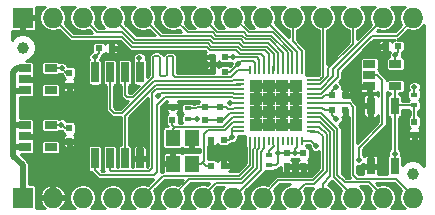
<source format=gbr>
G04 #@! TF.GenerationSoftware,KiCad,Pcbnew,(2017-08-02 revision 9760937)-master*
G04 #@! TF.CreationDate,2017-09-04T14:54:41-05:00*
G04 #@! TF.ProjectId,lofive,6C6F666976652E6B696361645F706362,0*
G04 #@! TF.SameCoordinates,Original*
G04 #@! TF.FileFunction,Copper,L1,Top,Signal*
G04 #@! TF.FilePolarity,Positive*
%FSLAX46Y46*%
G04 Gerber Fmt 4.6, Leading zero omitted, Abs format (unit mm)*
G04 Created by KiCad (PCBNEW (2017-08-02 revision 9760937)-master) date Mon Sep  4 14:54:41 2017*
%MOMM*%
%LPD*%
G01*
G04 APERTURE LIST*
%ADD10C,1.000000*%
%ADD11R,0.500000X0.600000*%
%ADD12R,0.700000X1.450000*%
%ADD13R,0.600000X0.500000*%
%ADD14R,1.060000X0.650000*%
%ADD15R,0.600000X0.400000*%
%ADD16R,0.650000X1.700000*%
%ADD17R,1.200000X1.400000*%
%ADD18O,1.727200X1.727200*%
%ADD19R,1.727200X1.727200*%
%ADD20R,0.800000X0.200000*%
%ADD21R,0.200000X0.800000*%
%ADD22R,1.112500X1.112500*%
%ADD23C,0.508000*%
%ADD24C,0.152400*%
%ADD25C,0.508000*%
%ADD26C,0.254000*%
G04 APERTURE END LIST*
D10*
X135890000Y-123698000D03*
X102870000Y-113030000D03*
D11*
X125232160Y-121984680D03*
X125232160Y-123084680D03*
D12*
X132350000Y-117948000D03*
X132350000Y-123098000D03*
X134350000Y-123098000D03*
X134350000Y-117948000D03*
D13*
X133562000Y-112903000D03*
X134662000Y-112903000D03*
D11*
X136017000Y-119296000D03*
X136017000Y-120396000D03*
D14*
X132216800Y-114406600D03*
X132216800Y-115356600D03*
X132216800Y-116306600D03*
X134416800Y-116306600D03*
X134416800Y-114406600D03*
D15*
X123695460Y-122102460D03*
X123695460Y-123002460D03*
X136017000Y-117925000D03*
X136017000Y-117025000D03*
D11*
X106807000Y-120946000D03*
X106807000Y-119846000D03*
X106807000Y-115147000D03*
X106807000Y-116247000D03*
D14*
X105240000Y-114747000D03*
X105240000Y-116647000D03*
X103040000Y-116647000D03*
X103040000Y-115697000D03*
X103040000Y-114747000D03*
X103040000Y-119573000D03*
X103040000Y-120523000D03*
X103040000Y-121473000D03*
X105240000Y-121473000D03*
X105240000Y-119573000D03*
D13*
X109304060Y-113085580D03*
X110404060Y-113085580D03*
D16*
X108966000Y-122422660D03*
X110236000Y-122422660D03*
X111506000Y-122422660D03*
X112776000Y-122422660D03*
X112776000Y-115122660D03*
X111506000Y-115122660D03*
X110236000Y-115122660D03*
X108966000Y-115122660D03*
D11*
X118275100Y-118045140D03*
X118275100Y-119145140D03*
X126619000Y-123084680D03*
X126619000Y-121984680D03*
D13*
X129063760Y-117079560D03*
X130163760Y-117079560D03*
D11*
X119540020Y-119145140D03*
X119540020Y-118045140D03*
D13*
X129063760Y-118339560D03*
X130163760Y-118339560D03*
X118913820Y-115077240D03*
X120013820Y-115077240D03*
X120013820Y-113830100D03*
X118913820Y-113830100D03*
X118776660Y-120848120D03*
X119876660Y-120848120D03*
D15*
X116890800Y-118168000D03*
X116890800Y-119068000D03*
D17*
X115587880Y-120670140D03*
X115587880Y-122870140D03*
X117187880Y-120670140D03*
X117187880Y-122870140D03*
D18*
X135890000Y-110490000D03*
X133350000Y-110490000D03*
X130810000Y-110490000D03*
X128270000Y-110490000D03*
X125730000Y-110490000D03*
X123190000Y-110490000D03*
X120650000Y-110490000D03*
X118110000Y-110490000D03*
X115570000Y-110490000D03*
X113030000Y-110490000D03*
X110490000Y-110490000D03*
X107950000Y-110490000D03*
X105410000Y-110490000D03*
D19*
X102870000Y-110490000D03*
X102870000Y-125730000D03*
D18*
X105410000Y-125730000D03*
X107950000Y-125730000D03*
X110490000Y-125730000D03*
X113030000Y-125730000D03*
X115570000Y-125730000D03*
X118110000Y-125730000D03*
X120650000Y-125730000D03*
X123190000Y-125730000D03*
X125730000Y-125730000D03*
X128270000Y-125730000D03*
X130810000Y-125730000D03*
X133350000Y-125730000D03*
X135890000Y-125730000D03*
D13*
X119888680Y-123031920D03*
X118788680Y-123031920D03*
D11*
X115547140Y-119150220D03*
X115547140Y-118050220D03*
D20*
X121299980Y-115734740D03*
X121299980Y-116134740D03*
X121299980Y-116534740D03*
X121299980Y-116934740D03*
X121299980Y-117334740D03*
X121299980Y-117734740D03*
X121299980Y-118134740D03*
X121299980Y-118534740D03*
X121299980Y-118934740D03*
X121299980Y-119334740D03*
X121299980Y-119734740D03*
X121299980Y-120134740D03*
D21*
X122099980Y-120934740D03*
X122499980Y-120934740D03*
X122899980Y-120934740D03*
X123299980Y-120934740D03*
X123699980Y-120934740D03*
X124099980Y-120934740D03*
X124499980Y-120934740D03*
X124899980Y-120934740D03*
X125299980Y-120934740D03*
X125699980Y-120934740D03*
X126099980Y-120934740D03*
X126499980Y-120934740D03*
D20*
X127299980Y-120134740D03*
X127299980Y-119734740D03*
X127299980Y-119334740D03*
X127299980Y-118934740D03*
X127299980Y-118534740D03*
X127299980Y-118134740D03*
X127299980Y-117734740D03*
X127299980Y-117334740D03*
X127299980Y-116934740D03*
X127299980Y-116534740D03*
X127299980Y-116134740D03*
X127299980Y-115734740D03*
D21*
X126499980Y-114934740D03*
X126099980Y-114934740D03*
X125699980Y-114934740D03*
X125299980Y-114934740D03*
X124899980Y-114934740D03*
X124499980Y-114934740D03*
X124099980Y-114934740D03*
X123699980Y-114934740D03*
X123299980Y-114934740D03*
X122899980Y-114934740D03*
X122499980Y-114934740D03*
X122099980Y-114934740D03*
D22*
X125968730Y-119603490D03*
X125968730Y-118490990D03*
X125968730Y-117378490D03*
X125968730Y-116265990D03*
X124856230Y-119603490D03*
X124856230Y-118490990D03*
X124856230Y-117378490D03*
X124856230Y-116265990D03*
X123743730Y-119603490D03*
X123743730Y-118490990D03*
X123743730Y-117378490D03*
X123743730Y-116265990D03*
X122631230Y-119603490D03*
X122631230Y-118490990D03*
X122631230Y-117378490D03*
X122631230Y-116265990D03*
D23*
X114331510Y-117113523D03*
X112758220Y-113903760D03*
X121920000Y-126365000D03*
X106680000Y-126365000D03*
X109220000Y-126365000D03*
X111760000Y-126365000D03*
X106680000Y-109855000D03*
X109220000Y-109855000D03*
X111760000Y-109855000D03*
X114300000Y-109855000D03*
X116840000Y-109855000D03*
X119380000Y-109855000D03*
X121920000Y-109855000D03*
X124460000Y-109855000D03*
X127000000Y-109855000D03*
X129540000Y-109855000D03*
X132080000Y-109855000D03*
X134620000Y-109855000D03*
X134620000Y-126365000D03*
X132080000Y-126365000D03*
X129540000Y-126365000D03*
X127000000Y-126365000D03*
X124460000Y-126365000D03*
X119380000Y-126365000D03*
X116840000Y-126365000D03*
X114300000Y-126365000D03*
X114823240Y-121752360D03*
X114782600Y-118054120D03*
X125960000Y-116260000D03*
X124850000Y-116260000D03*
X123740000Y-116270000D03*
X122630000Y-116270000D03*
X122630000Y-117370000D03*
X125960000Y-117380000D03*
X124850000Y-117370000D03*
X123740000Y-117370000D03*
X122620000Y-118490000D03*
X125960000Y-118490000D03*
X124850000Y-118490000D03*
X123740000Y-118490000D03*
X122630000Y-119600000D03*
X123740000Y-119600000D03*
X125970000Y-119600000D03*
X124860000Y-119600000D03*
X103949500Y-120535700D03*
X103969820Y-115722400D03*
X106809540Y-121749820D03*
X106809540Y-116951760D03*
X111201200Y-113096040D03*
X118221760Y-115069620D03*
X118214140Y-113814860D03*
X112776000Y-121135140D03*
X120566180Y-123032520D03*
X118778020Y-121483120D03*
X132831840Y-112905540D03*
X130164842Y-116380260D03*
X131272280Y-116319300D03*
X132341620Y-119029480D03*
X135356600Y-120396000D03*
X132351780Y-122029220D03*
X130164840Y-119039640D03*
X127302260Y-123085860D03*
X125917960Y-123085860D03*
X120454420Y-117729000D03*
X136019540Y-116359940D03*
X134416800Y-113687860D03*
X117599460Y-119100600D03*
X129413000Y-119052340D03*
X120705880Y-113830100D03*
X106144060Y-119562880D03*
X125933200Y-121973340D03*
X124508680Y-121980960D03*
X120586500Y-120590680D03*
X129378507Y-116381327D03*
X121104660Y-114416840D03*
X108960920Y-113845340D03*
X106156760Y-114759740D03*
X127701040Y-121343420D03*
X134350000Y-122047000D03*
X131330700Y-122519440D03*
D24*
X110236000Y-115122660D02*
X110236000Y-118198900D01*
X110236000Y-118198900D02*
X110632240Y-118595140D01*
X110632240Y-118595140D02*
X111273507Y-118595140D01*
X111273507Y-118595140D02*
X114007995Y-115860652D01*
X120747580Y-115734740D02*
X121299980Y-115734740D01*
X114007995Y-115860652D02*
X120621668Y-115860652D01*
X120621668Y-115860652D02*
X120747580Y-115734740D01*
X121299980Y-116134740D02*
X121252580Y-116182140D01*
X121252580Y-116182140D02*
X114117574Y-116182140D01*
X111506000Y-121420260D02*
X111506000Y-122422660D01*
X114117574Y-116182140D02*
X111506000Y-118793714D01*
X111506000Y-118793714D02*
X111506000Y-121420260D01*
X110236000Y-122422660D02*
X110236000Y-123375420D01*
X110236000Y-123375420D02*
X110373138Y-123512558D01*
X114196041Y-116534740D02*
X120747580Y-116534740D01*
X110373138Y-123512558D02*
X113525322Y-123512558D01*
X113827560Y-116903221D02*
X114196041Y-116534740D01*
X113525322Y-123512558D02*
X113827560Y-123210320D01*
X113827560Y-123210320D02*
X113827560Y-116903221D01*
X120747580Y-116534740D02*
X121299980Y-116534740D01*
X120747580Y-116934740D02*
X120672364Y-116859524D01*
X114585509Y-116859524D02*
X114331510Y-117113523D01*
X120672364Y-116859524D02*
X114585509Y-116859524D01*
X121299980Y-116934740D02*
X120747580Y-116934740D01*
X112758220Y-113903760D02*
X112758220Y-115104880D01*
X112758220Y-115104880D02*
X112776000Y-115122660D01*
X112776000Y-115122660D02*
X112776000Y-114597660D01*
X108966000Y-122422660D02*
X108966000Y-123376000D01*
X108966000Y-123376000D02*
X109422620Y-123832620D01*
X109422620Y-123832620D02*
X113977420Y-123832620D01*
X113977420Y-123832620D02*
X114213640Y-123596400D01*
X114213640Y-123596400D02*
X114213640Y-117913908D01*
X114213640Y-117913908D02*
X114911630Y-117215918D01*
X114911630Y-117215918D02*
X120628758Y-117215918D01*
X120628758Y-117215918D02*
X120747580Y-117334740D01*
X120747580Y-117334740D02*
X121299980Y-117334740D01*
X118122700Y-122722640D02*
X118122700Y-122791220D01*
X118122700Y-122791220D02*
X118363400Y-123031920D01*
X118363400Y-123031920D02*
X118788680Y-123031920D01*
X121299980Y-119334740D02*
X120697066Y-119334740D01*
X118538391Y-120046349D02*
X118231920Y-120352820D01*
X118231920Y-120352820D02*
X118231920Y-122613420D01*
X120697066Y-119334740D02*
X119985457Y-120046349D01*
X119985457Y-120046349D02*
X118538391Y-120046349D01*
X118231920Y-122613420D02*
X118122700Y-122722640D01*
X114353340Y-113710720D02*
X114457480Y-113814860D01*
X114575760Y-115480000D02*
X114920000Y-115480000D01*
X111506000Y-115122660D02*
X111506000Y-117025420D01*
X111506000Y-117025420D02*
X111719360Y-117238780D01*
X115801140Y-115555841D02*
X120490365Y-115555841D01*
X111719360Y-117238780D02*
X112198800Y-117238780D01*
X112198800Y-117238780D02*
X113911380Y-115526200D01*
X121111466Y-114934740D02*
X121847580Y-114934740D01*
X113911380Y-115526200D02*
X113911380Y-113817400D01*
X113911380Y-113817400D02*
X114018060Y-113710720D01*
X114018060Y-113710720D02*
X114353340Y-113710720D01*
X114457480Y-113814860D02*
X114457480Y-115361720D01*
X114457480Y-115361720D02*
X114575760Y-115480000D01*
X114920000Y-115480000D02*
X115060000Y-115340000D01*
X115060000Y-115340000D02*
X115060000Y-113830000D01*
X115060000Y-113830000D02*
X115170000Y-113720000D01*
X115170000Y-113720000D02*
X115480000Y-113720000D01*
X115480000Y-113720000D02*
X115600000Y-113840000D01*
X115600000Y-113840000D02*
X115600000Y-115354701D01*
X115600000Y-115354701D02*
X115801140Y-115555841D01*
X120490365Y-115555841D02*
X121111466Y-114934740D01*
X121847580Y-114934740D02*
X122099980Y-114934740D01*
X115182450Y-121752360D02*
X114823240Y-121752360D01*
X115195160Y-121765070D02*
X115182450Y-121752360D01*
X115195160Y-121841260D02*
X115195160Y-121765070D01*
X117187880Y-120670140D02*
X117187880Y-121442580D01*
X117187880Y-121442580D02*
X116789200Y-121841260D01*
X116789200Y-121841260D02*
X115195160Y-121841260D01*
X114786500Y-118050220D02*
X114782600Y-118054120D01*
X115547140Y-118050220D02*
X114786500Y-118050220D01*
X115411400Y-121841260D02*
X115195160Y-121841260D01*
X115587880Y-122870140D02*
X115587880Y-122017740D01*
X115587880Y-122017740D02*
X115411400Y-121841260D01*
X103040000Y-120523000D02*
X103936800Y-120523000D01*
X103936800Y-120523000D02*
X103949500Y-120535700D01*
X103040000Y-115697000D02*
X103944420Y-115697000D01*
X103944420Y-115697000D02*
X103969820Y-115722400D01*
X106807000Y-120946000D02*
X106807000Y-121747280D01*
X106807000Y-121747280D02*
X106809540Y-121749820D01*
X106807000Y-116247000D02*
X106807000Y-116949220D01*
X106807000Y-116949220D02*
X106809540Y-116951760D01*
X110404060Y-113085580D02*
X111190740Y-113085580D01*
X111190740Y-113085580D02*
X111201200Y-113096040D01*
X118913820Y-115077240D02*
X118229380Y-115077240D01*
X118229380Y-115077240D02*
X118221760Y-115069620D01*
X118913820Y-113830100D02*
X118229380Y-113830100D01*
X118229380Y-113830100D02*
X118214140Y-113814860D01*
X112776000Y-122422660D02*
X112776000Y-121135140D01*
X119888680Y-123031920D02*
X120565580Y-123031920D01*
X120565580Y-123031920D02*
X120566180Y-123032520D01*
X118776660Y-120848120D02*
X118776660Y-121481760D01*
X118776660Y-121481760D02*
X118778020Y-121483120D01*
X133562000Y-112903000D02*
X132834380Y-112903000D01*
X132834380Y-112903000D02*
X132831840Y-112905540D01*
X115757101Y-119741539D02*
X115686059Y-119741539D01*
X115686059Y-119741539D02*
X115547140Y-119602620D01*
X115547140Y-119602620D02*
X115547140Y-119150220D01*
X121299980Y-118934740D02*
X120666000Y-118934740D01*
X120666000Y-118934740D02*
X119859201Y-119741539D01*
X119859201Y-119741539D02*
X115757101Y-119741539D01*
X115757101Y-119741539D02*
X115587880Y-119910760D01*
X115587880Y-119910760D02*
X115587880Y-120670140D01*
X118122700Y-122722640D02*
X117975200Y-122870140D01*
X117975200Y-122870140D02*
X117187880Y-122870140D01*
X132216800Y-116306600D02*
X131284980Y-116306600D01*
X131284980Y-116306600D02*
X131272280Y-116319300D01*
X132350000Y-117948000D02*
X132350000Y-119021100D01*
X132350000Y-119021100D02*
X132341620Y-119029480D01*
X136017000Y-120396000D02*
X135356600Y-120396000D01*
X132350000Y-123098000D02*
X132350000Y-122031000D01*
X132350000Y-122031000D02*
X132351780Y-122029220D01*
X130163760Y-117079560D02*
X130163760Y-116381340D01*
X130163760Y-118339560D02*
X130163760Y-119038560D01*
X130163760Y-118827740D02*
X130164840Y-118828820D01*
X126619000Y-123084680D02*
X127301080Y-123084680D01*
X127301080Y-123084680D02*
X127302260Y-123085860D01*
X125232160Y-123084680D02*
X125916780Y-123084680D01*
X125916780Y-123084680D02*
X125917960Y-123085860D01*
X120069520Y-118045140D02*
X119540020Y-118045140D01*
X120238520Y-118214140D02*
X120069520Y-118045140D01*
X120668180Y-118214140D02*
X120238520Y-118214140D01*
X120747580Y-118134740D02*
X120668180Y-118214140D01*
X121299980Y-118134740D02*
X120747580Y-118134740D01*
X117631300Y-118045140D02*
X117508440Y-118168000D01*
X117508440Y-118168000D02*
X116890800Y-118168000D01*
X118275100Y-118045140D02*
X117631300Y-118045140D01*
X119540020Y-118045140D02*
X118275100Y-118045140D01*
X121103277Y-113868287D02*
X122704947Y-113868287D01*
X122704947Y-113868287D02*
X122908680Y-114072020D01*
X120705880Y-113830100D02*
X121065090Y-113830100D01*
X121065090Y-113830100D02*
X121103277Y-113868287D01*
X122908680Y-114072020D02*
X122908680Y-114941490D01*
X120460160Y-117734740D02*
X120454420Y-117729000D01*
X121299980Y-117734740D02*
X120460160Y-117734740D01*
X136017000Y-117025000D02*
X136017000Y-116362480D01*
X136017000Y-116362480D02*
X136019540Y-116359940D01*
X134662000Y-112903000D02*
X134662000Y-113442660D01*
X134662000Y-113442660D02*
X134416800Y-113687860D01*
X134416800Y-114406600D02*
X134416800Y-113687860D01*
X116890800Y-119068000D02*
X117566860Y-119068000D01*
X117566860Y-119068000D02*
X117599460Y-119100600D01*
X129063760Y-118339560D02*
X129063760Y-118703100D01*
X129063760Y-118703100D02*
X129413000Y-119052340D01*
X120013820Y-113830100D02*
X120705880Y-113830100D01*
X106807000Y-119846000D02*
X106427180Y-119846000D01*
X106427180Y-119846000D02*
X106144060Y-119562880D01*
X105240000Y-119573000D02*
X106133940Y-119573000D01*
X106133940Y-119573000D02*
X106144060Y-119562880D01*
X126619000Y-121984680D02*
X126605120Y-121970800D01*
X126605120Y-121970800D02*
X125935740Y-121970800D01*
X125935740Y-121970800D02*
X125933200Y-121973340D01*
X125933200Y-121973340D02*
X125243500Y-121973340D01*
X125243500Y-121973340D02*
X125232160Y-121984680D01*
X124508680Y-121597000D02*
X124499980Y-121588300D01*
X124499980Y-121588300D02*
X124499980Y-120934740D01*
X126108680Y-121460040D02*
X126108680Y-120943440D01*
X126108680Y-120943440D02*
X126099980Y-120934740D01*
X128227830Y-118141490D02*
X128425900Y-118339560D01*
X128425900Y-118339560D02*
X129063760Y-118339560D01*
X127308680Y-118141490D02*
X128227830Y-118141490D01*
X125933200Y-121973340D02*
X125933200Y-121635520D01*
X125933200Y-121635520D02*
X126108680Y-121460040D01*
X126108680Y-121460040D02*
X126108680Y-121454960D01*
X124508680Y-122844140D02*
X124508680Y-121980960D01*
X124508680Y-121980960D02*
X124508680Y-121597000D01*
X125232160Y-121984680D02*
X124512400Y-121984680D01*
X124512400Y-121984680D02*
X124508680Y-121980960D01*
X123695460Y-123002460D02*
X124350360Y-123002460D01*
X124350360Y-123002460D02*
X124508680Y-122844140D01*
X119540020Y-119145140D02*
X119843460Y-119145140D01*
X119843460Y-119145140D02*
X120453860Y-118534740D01*
X120453860Y-118534740D02*
X121299980Y-118534740D01*
X118275100Y-119145140D02*
X119540020Y-119145140D01*
X129359593Y-116381327D02*
X129378507Y-116381327D01*
X129063760Y-116677160D02*
X129359593Y-116381327D01*
X129063760Y-117079560D02*
X129063760Y-116677160D01*
X120444260Y-115077240D02*
X121104660Y-114416840D01*
X121328180Y-114193320D02*
X121104660Y-114416840D01*
X106807000Y-115147000D02*
X106544020Y-115147000D01*
X106544020Y-115147000D02*
X106156760Y-114759740D01*
X109304060Y-113085580D02*
X109304060Y-113502200D01*
X109304060Y-113502200D02*
X108960920Y-113845340D01*
X108966000Y-115122660D02*
X108966000Y-113850420D01*
X108966000Y-113850420D02*
X108960920Y-113845340D01*
X105240000Y-114747000D02*
X106144020Y-114747000D01*
X106144020Y-114747000D02*
X106156760Y-114759740D01*
X119876660Y-120848120D02*
X120329060Y-120848120D01*
X120329060Y-120848120D02*
X120586500Y-120590680D01*
X120586500Y-120590680D02*
X120586500Y-120124220D01*
X120013820Y-115077240D02*
X120444260Y-115077240D01*
X122499980Y-114320800D02*
X122499980Y-114934740D01*
X121328180Y-114193320D02*
X122372500Y-114193320D01*
X122372500Y-114193320D02*
X122499980Y-114320800D01*
X120586500Y-120124220D02*
X120597020Y-120134740D01*
X120597020Y-120134740D02*
X121299980Y-120134740D01*
X120586500Y-119876372D02*
X120586500Y-120124220D01*
X120728132Y-119734740D02*
X120586500Y-119876372D01*
X121299980Y-119734740D02*
X120728132Y-119734740D01*
X128205390Y-117341490D02*
X128467320Y-117079560D01*
X128467320Y-117079560D02*
X129063760Y-117079560D01*
X127308680Y-117341490D02*
X128205390Y-117341490D01*
X127308680Y-120141490D02*
X127901190Y-120141490D01*
X127901190Y-120141490D02*
X128290322Y-120530622D01*
X128290322Y-120530622D02*
X128290322Y-123383038D01*
X128290322Y-123383038D02*
X127421640Y-124251720D01*
X127421640Y-124251720D02*
X124515880Y-124251720D01*
X124515880Y-124251720D02*
X123190000Y-125577600D01*
X123190000Y-125577600D02*
X123190000Y-125730000D01*
X125730000Y-125577600D02*
X125730000Y-125730000D01*
X126746000Y-124561600D02*
X125730000Y-125577600D01*
X128595133Y-123509294D02*
X127542827Y-124561600D01*
X128595133Y-120366266D02*
X128595133Y-123509294D01*
X127542827Y-124561600D02*
X126746000Y-124561600D01*
X127970357Y-119741490D02*
X128595133Y-120366266D01*
X127308680Y-119741490D02*
X127970357Y-119741490D01*
X128899944Y-123931656D02*
X128270000Y-124561600D01*
X127308680Y-119341490D02*
X128042797Y-119341490D01*
X128270000Y-124561600D02*
X128270000Y-125730000D01*
X128042797Y-119341490D02*
X128899944Y-120198637D01*
X128899944Y-120198637D02*
X128899944Y-123931656D01*
X129204755Y-123972355D02*
X130810000Y-125577600D01*
X128073864Y-118941490D02*
X129204755Y-120072381D01*
X130810000Y-125577600D02*
X130810000Y-125730000D01*
X129204755Y-120072381D02*
X129204755Y-123972355D01*
X127308680Y-118941490D02*
X128073864Y-118941490D01*
X127308680Y-118541490D02*
X128112210Y-118541490D01*
X128112210Y-118541490D02*
X129509566Y-119938846D01*
X129509566Y-123825046D02*
X130121671Y-124437151D01*
X129509566Y-119938846D02*
X129509566Y-123825046D01*
X130121671Y-124437151D02*
X132209551Y-124437151D01*
X132209551Y-124437151D02*
X133350000Y-125577600D01*
X133350000Y-125577600D02*
X133350000Y-125730000D01*
X127308680Y-117741490D02*
X130540550Y-117741490D01*
X135890000Y-125577600D02*
X135890000Y-125730000D01*
X130540550Y-117741490D02*
X130830319Y-118031259D01*
X130830319Y-118031259D02*
X130830319Y-123797059D01*
X130830319Y-123797059D02*
X131165600Y-124132340D01*
X131165600Y-124132340D02*
X134444740Y-124132340D01*
X134444740Y-124132340D02*
X135890000Y-125577600D01*
X132471160Y-112014000D02*
X134518400Y-112014000D01*
X134518400Y-112014000D02*
X135890000Y-110642400D01*
X129557780Y-115519539D02*
X129557780Y-114927380D01*
X128135829Y-116941490D02*
X129557780Y-115519539D01*
X129557780Y-114927380D02*
X132471160Y-112014000D01*
X135890000Y-110642400D02*
X135890000Y-110490000D01*
X127308680Y-116941490D02*
X128135829Y-116941490D01*
X128104762Y-116541490D02*
X127308680Y-116541490D01*
X129171700Y-114820700D02*
X129171700Y-115474552D01*
X133350000Y-110490000D02*
X133350000Y-110642400D01*
X129171700Y-115474552D02*
X128104762Y-116541490D01*
X133350000Y-110642400D02*
X129171700Y-114820700D01*
X128755140Y-115460046D02*
X128755140Y-114769900D01*
X128755140Y-114769900D02*
X130810000Y-112715040D01*
X128073696Y-116141490D02*
X128755140Y-115460046D01*
X127308680Y-116141490D02*
X128073696Y-116141490D01*
X130810000Y-111658400D02*
X130810000Y-110490000D01*
X130810000Y-112715040D02*
X130810000Y-111658400D01*
X127308680Y-115741490D02*
X128042630Y-115741490D01*
X128042630Y-115741490D02*
X128270000Y-115514120D01*
X128051560Y-115732560D02*
X128270000Y-115514120D01*
X128270000Y-115514120D02*
X128270000Y-114860268D01*
X128270000Y-114860268D02*
X128270000Y-110490000D01*
X126508680Y-114941490D02*
X126508680Y-113282900D01*
X126508680Y-113282900D02*
X125730000Y-112504220D01*
X125730000Y-112504220D02*
X125730000Y-110490000D01*
X126108680Y-114941490D02*
X126108680Y-113367358D01*
X126108680Y-113367358D02*
X123231322Y-110490000D01*
X123231322Y-110490000D02*
X123190000Y-110490000D01*
X125708680Y-114941490D02*
X125708680Y-113398425D01*
X125708680Y-113398425D02*
X124044865Y-111734610D01*
X124044865Y-111734610D02*
X121996210Y-111734610D01*
X121996210Y-111734610D02*
X120751600Y-110490000D01*
X120751600Y-110490000D02*
X120650000Y-110490000D01*
X125308680Y-113429492D02*
X125308680Y-113640312D01*
X121869954Y-112039421D02*
X123918609Y-112039421D01*
X121565146Y-111734612D02*
X121869954Y-112039421D01*
X118110000Y-110490000D02*
X119354612Y-111734612D01*
X119354612Y-111734612D02*
X121565146Y-111734612D01*
X123918609Y-112039421D02*
X125308680Y-113429492D01*
X125308680Y-113640312D02*
X125308680Y-114941490D01*
X118941290Y-111752356D02*
X119228356Y-112039423D01*
X124908680Y-113460559D02*
X124908680Y-113671379D01*
X123792353Y-112344232D02*
X124908680Y-113460559D01*
X121743698Y-112344232D02*
X123792353Y-112344232D01*
X121438890Y-112039423D02*
X121743698Y-112344232D01*
X115570000Y-110490000D02*
X116832356Y-111752356D01*
X124908680Y-113671379D02*
X124908680Y-114941490D01*
X116832356Y-111752356D02*
X118941290Y-111752356D01*
X119228356Y-112039423D02*
X121438890Y-112039423D01*
X121312634Y-112344234D02*
X121617442Y-112649043D01*
X118815034Y-112057167D02*
X119102100Y-112344234D01*
X123666097Y-112649043D02*
X124508680Y-113491626D01*
X124508680Y-113491626D02*
X124508680Y-113702446D01*
X114597167Y-112057167D02*
X118815034Y-112057167D01*
X119102100Y-112344234D02*
X121312634Y-112344234D01*
X113030000Y-110490000D02*
X114597167Y-112057167D01*
X121617442Y-112649043D02*
X123666097Y-112649043D01*
X124508680Y-113702446D02*
X124508680Y-114941490D01*
X110490000Y-110490000D02*
X112361978Y-112361978D01*
X121186378Y-112649045D02*
X121491186Y-112953854D01*
X121491186Y-112953854D02*
X123525334Y-112953854D01*
X118688778Y-112361978D02*
X118975844Y-112649045D01*
X118975844Y-112649045D02*
X121186378Y-112649045D01*
X124108680Y-113537200D02*
X124108680Y-114941490D01*
X112361978Y-112361978D02*
X118688778Y-112361978D01*
X123525334Y-112953854D02*
X124108680Y-113537200D01*
X123708680Y-113569000D02*
X123708680Y-114941490D01*
X111303544Y-111734610D02*
X112235722Y-112666789D01*
X118562522Y-112666789D02*
X118849588Y-112953856D01*
X109194610Y-111734610D02*
X111303544Y-111734610D01*
X123398345Y-113258665D02*
X123708680Y-113569000D01*
X118849588Y-112953856D02*
X121060122Y-112953856D01*
X121364930Y-113258665D02*
X123398345Y-113258665D01*
X107950000Y-110490000D02*
X109194610Y-111734610D01*
X121060122Y-112953856D02*
X121364930Y-113258665D01*
X112235722Y-112666789D02*
X118562522Y-112666789D01*
X111253467Y-112115600D02*
X107035600Y-112115600D01*
X118723332Y-113258667D02*
X118436266Y-112971600D01*
X118436266Y-112971600D02*
X112109466Y-112971600D01*
X123024976Y-113563476D02*
X121238674Y-113563476D01*
X121238674Y-113563476D02*
X120933866Y-113258667D01*
X123308680Y-113847180D02*
X123024976Y-113563476D01*
X106273599Y-111353599D02*
X105410000Y-110490000D01*
X123308680Y-114941490D02*
X123308680Y-113847180D01*
X107035600Y-112115600D02*
X106273599Y-111353599D01*
X120933866Y-113258667D02*
X118723332Y-113258667D01*
X112109466Y-112971600D02*
X111253467Y-112115600D01*
D25*
X102870000Y-125730000D02*
X102870000Y-122980000D01*
X102870000Y-122980000D02*
X102080000Y-122190000D01*
X102080000Y-122190000D02*
X102080000Y-121520000D01*
X102080000Y-116670000D02*
X102080000Y-115070478D01*
X102080000Y-119630000D02*
X102080000Y-116670000D01*
X102080000Y-116670000D02*
X103017000Y-116670000D01*
X103017000Y-116670000D02*
X103040000Y-116647000D01*
X102080000Y-115070478D02*
X102403478Y-114747000D01*
X102403478Y-114747000D02*
X103040000Y-114747000D01*
X103040000Y-119573000D02*
X102117000Y-119573000D01*
X103040000Y-121473000D02*
X102087000Y-121473000D01*
X102080000Y-121420000D02*
X102080000Y-119520000D01*
D24*
X122099980Y-120934740D02*
X122099980Y-122989700D01*
X122099980Y-122989700D02*
X121213912Y-123875768D01*
X121213912Y-123875768D02*
X114731832Y-123875768D01*
X114731832Y-123875768D02*
X113030000Y-125577600D01*
X113030000Y-125577600D02*
X113030000Y-125730000D01*
X122499980Y-120934740D02*
X122499980Y-121505120D01*
X115570000Y-125577600D02*
X115570000Y-125730000D01*
X121340168Y-124180579D02*
X116967021Y-124180579D01*
X122499980Y-121505120D02*
X122404791Y-121600309D01*
X122404791Y-121600309D02*
X122404791Y-123115956D01*
X122404791Y-123115956D02*
X121340168Y-124180579D01*
X116967021Y-124180579D02*
X115570000Y-125577600D01*
X121466424Y-124485390D02*
X119202210Y-124485390D01*
X119202210Y-124485390D02*
X118110000Y-125577600D01*
X122899980Y-120934740D02*
X122899980Y-121536187D01*
X122899980Y-121536187D02*
X122709602Y-121726565D01*
X118110000Y-125577600D02*
X118110000Y-125730000D01*
X122709602Y-121726565D02*
X122709602Y-123242212D01*
X122709602Y-123242212D02*
X121466424Y-124485390D01*
X123014413Y-123368468D02*
X120652881Y-125730000D01*
X123014413Y-121852821D02*
X123014413Y-123368468D01*
X123299980Y-121567254D02*
X123014413Y-121852821D01*
X123299980Y-120934740D02*
X123299980Y-121567254D01*
X120652881Y-125730000D02*
X120650000Y-125730000D01*
X127447041Y-121089421D02*
X127701040Y-121343420D01*
X126499980Y-120934740D02*
X127292360Y-120934740D01*
X127292360Y-120934740D02*
X127447041Y-121089421D01*
X134350000Y-122047000D02*
X134350000Y-117948000D01*
X134350000Y-123098000D02*
X134350000Y-122047000D01*
X134350000Y-117948000D02*
X134350000Y-116373400D01*
X134350000Y-116373400D02*
X134416800Y-116306600D01*
X136017000Y-117925000D02*
X134373000Y-117925000D01*
X134373000Y-117925000D02*
X134350000Y-117948000D01*
X136017000Y-119296000D02*
X136017000Y-117925000D01*
X124108680Y-121318820D02*
X124108680Y-121387400D01*
X124108680Y-121387400D02*
X123695460Y-121800620D01*
X123695460Y-121800620D02*
X123695460Y-122102460D01*
X132216800Y-115356600D02*
X132899200Y-115356600D01*
X132899200Y-115356600D02*
X133316980Y-115774380D01*
X133316980Y-115774380D02*
X133316980Y-119514620D01*
X133316980Y-119514620D02*
X131330700Y-121500900D01*
X131330700Y-121500900D02*
X131330700Y-122160230D01*
X131330700Y-122160230D02*
X131330700Y-122519440D01*
D26*
G36*
X119841777Y-124899384D02*
X119594006Y-125270200D01*
X119507000Y-125707607D01*
X119507000Y-125752393D01*
X119594006Y-126189800D01*
X119841777Y-126560616D01*
X119968965Y-126645600D01*
X118791035Y-126645600D01*
X118918223Y-126560616D01*
X119165994Y-126189800D01*
X119253000Y-125752393D01*
X119253000Y-125707607D01*
X119165994Y-125270200D01*
X119067580Y-125122914D01*
X119349504Y-124840990D01*
X119929170Y-124840990D01*
X119841777Y-124899384D01*
X119841777Y-124899384D01*
G37*
X119841777Y-124899384D02*
X119594006Y-125270200D01*
X119507000Y-125707607D01*
X119507000Y-125752393D01*
X119594006Y-126189800D01*
X119841777Y-126560616D01*
X119968965Y-126645600D01*
X118791035Y-126645600D01*
X118918223Y-126560616D01*
X119165994Y-126189800D01*
X119253000Y-125752393D01*
X119253000Y-125707607D01*
X119165994Y-125270200D01*
X119067580Y-125122914D01*
X119349504Y-124840990D01*
X119929170Y-124840990D01*
X119841777Y-124899384D01*
G36*
X104601777Y-109659384D02*
X104354006Y-110030200D01*
X104267000Y-110467607D01*
X104267000Y-110512393D01*
X104354006Y-110949800D01*
X104601777Y-111320616D01*
X104972593Y-111568387D01*
X105410000Y-111655393D01*
X105847407Y-111568387D01*
X105930184Y-111513078D01*
X106784153Y-112367047D01*
X106899517Y-112444132D01*
X107035600Y-112471200D01*
X111106173Y-112471200D01*
X111858019Y-113223047D01*
X111973383Y-113300132D01*
X112109466Y-113327200D01*
X118288971Y-113327200D01*
X118380280Y-113418509D01*
X118376956Y-113421833D01*
X118334420Y-113524524D01*
X118334420Y-113635250D01*
X118404270Y-113705100D01*
X118786820Y-113705100D01*
X118786820Y-113683100D01*
X119040820Y-113683100D01*
X119040820Y-113705100D01*
X119060820Y-113705100D01*
X119060820Y-113955100D01*
X119040820Y-113955100D01*
X119040820Y-114289650D01*
X119110670Y-114359500D01*
X119269396Y-114359500D01*
X119372087Y-114316964D01*
X119450684Y-114238367D01*
X119463258Y-114208012D01*
X119512384Y-114281536D01*
X119604804Y-114343288D01*
X119713820Y-114364973D01*
X120313820Y-114364973D01*
X120422836Y-114343288D01*
X120471905Y-114310502D01*
X120571317Y-114351781D01*
X120571233Y-114447373D01*
X120441850Y-114576756D01*
X120422836Y-114564052D01*
X120313820Y-114542367D01*
X119713820Y-114542367D01*
X119604804Y-114564052D01*
X119512384Y-114625804D01*
X119463258Y-114699328D01*
X119450684Y-114668973D01*
X119372087Y-114590376D01*
X119269396Y-114547840D01*
X119110670Y-114547840D01*
X119040820Y-114617690D01*
X119040820Y-114952240D01*
X119060820Y-114952240D01*
X119060820Y-115200241D01*
X115955600Y-115200241D01*
X115955600Y-114771664D01*
X118334420Y-114771664D01*
X118334420Y-114882390D01*
X118404270Y-114952240D01*
X118786820Y-114952240D01*
X118786820Y-114617690D01*
X118716970Y-114547840D01*
X118558244Y-114547840D01*
X118455553Y-114590376D01*
X118376956Y-114668973D01*
X118334420Y-114771664D01*
X115955600Y-114771664D01*
X115955600Y-114024950D01*
X118334420Y-114024950D01*
X118334420Y-114135676D01*
X118376956Y-114238367D01*
X118455553Y-114316964D01*
X118558244Y-114359500D01*
X118716970Y-114359500D01*
X118786820Y-114289650D01*
X118786820Y-113955100D01*
X118404270Y-113955100D01*
X118334420Y-114024950D01*
X115955600Y-114024950D01*
X115955600Y-113840000D01*
X115928532Y-113703918D01*
X115851447Y-113588553D01*
X115731447Y-113468553D01*
X115616083Y-113391468D01*
X115480000Y-113364400D01*
X115170000Y-113364400D01*
X115033918Y-113391468D01*
X115019476Y-113401118D01*
X114918552Y-113468553D01*
X114808553Y-113578553D01*
X114763798Y-113645532D01*
X114708927Y-113563413D01*
X114604787Y-113459273D01*
X114489423Y-113382188D01*
X114353340Y-113355120D01*
X114018060Y-113355120D01*
X113881978Y-113382188D01*
X113814323Y-113427394D01*
X113766613Y-113459273D01*
X113659933Y-113565953D01*
X113582848Y-113681317D01*
X113577291Y-113709257D01*
X113555780Y-113817400D01*
X113555780Y-115378906D01*
X113385873Y-115548813D01*
X113385873Y-114272660D01*
X113364188Y-114163644D01*
X113302436Y-114071224D01*
X113274101Y-114052292D01*
X113291527Y-114010325D01*
X113291712Y-113798126D01*
X113210678Y-113602008D01*
X113060761Y-113451829D01*
X112864785Y-113370453D01*
X112652586Y-113370268D01*
X112456468Y-113451302D01*
X112306289Y-113601219D01*
X112224913Y-113797195D01*
X112224728Y-114009394D01*
X112250122Y-114070851D01*
X112249564Y-114071224D01*
X112187812Y-114163644D01*
X112166127Y-114272660D01*
X112166127Y-115972660D01*
X112187812Y-116081676D01*
X112249564Y-116174096D01*
X112341984Y-116235848D01*
X112451000Y-116257533D01*
X112677153Y-116257533D01*
X112051506Y-116883180D01*
X111866654Y-116883180D01*
X111861600Y-116878126D01*
X111861600Y-116251446D01*
X111940016Y-116235848D01*
X112032436Y-116174096D01*
X112094188Y-116081676D01*
X112115873Y-115972660D01*
X112115873Y-114272660D01*
X112094188Y-114163644D01*
X112032436Y-114071224D01*
X111940016Y-114009472D01*
X111831000Y-113987787D01*
X111181000Y-113987787D01*
X111071984Y-114009472D01*
X110979564Y-114071224D01*
X110917812Y-114163644D01*
X110896127Y-114272660D01*
X110896127Y-115972660D01*
X110917812Y-116081676D01*
X110979564Y-116174096D01*
X111071984Y-116235848D01*
X111150400Y-116251446D01*
X111150400Y-117025420D01*
X111177468Y-117161503D01*
X111254553Y-117276867D01*
X111467913Y-117490227D01*
X111583278Y-117567312D01*
X111719360Y-117594380D01*
X111771373Y-117594380D01*
X111126213Y-118239540D01*
X110779534Y-118239540D01*
X110591600Y-118051606D01*
X110591600Y-116251446D01*
X110670016Y-116235848D01*
X110762436Y-116174096D01*
X110824188Y-116081676D01*
X110845873Y-115972660D01*
X110845873Y-114272660D01*
X110824188Y-114163644D01*
X110762436Y-114071224D01*
X110670016Y-114009472D01*
X110561000Y-113987787D01*
X109911000Y-113987787D01*
X109801984Y-114009472D01*
X109709564Y-114071224D01*
X109647812Y-114163644D01*
X109626127Y-114272660D01*
X109626127Y-115972660D01*
X109647812Y-116081676D01*
X109709564Y-116174096D01*
X109801984Y-116235848D01*
X109880400Y-116251446D01*
X109880400Y-118198900D01*
X109907468Y-118334983D01*
X109984553Y-118450347D01*
X110380793Y-118846587D01*
X110496157Y-118923672D01*
X110632240Y-118950740D01*
X111150400Y-118950740D01*
X111150400Y-121293874D01*
X111071984Y-121309472D01*
X110979564Y-121371224D01*
X110917812Y-121463644D01*
X110896127Y-121572660D01*
X110896127Y-123156958D01*
X110845873Y-123156958D01*
X110845873Y-121572660D01*
X110824188Y-121463644D01*
X110762436Y-121371224D01*
X110670016Y-121309472D01*
X110561000Y-121287787D01*
X109911000Y-121287787D01*
X109801984Y-121309472D01*
X109709564Y-121371224D01*
X109647812Y-121463644D01*
X109626127Y-121572660D01*
X109626127Y-123272660D01*
X109647812Y-123381676D01*
X109709564Y-123474096D01*
X109713940Y-123477020D01*
X109569914Y-123477020D01*
X109522298Y-123429404D01*
X109554188Y-123381676D01*
X109575873Y-123272660D01*
X109575873Y-121572660D01*
X109554188Y-121463644D01*
X109492436Y-121371224D01*
X109400016Y-121309472D01*
X109291000Y-121287787D01*
X108641000Y-121287787D01*
X108531984Y-121309472D01*
X108439564Y-121371224D01*
X108377812Y-121463644D01*
X108356127Y-121572660D01*
X108356127Y-123272660D01*
X108377812Y-123381676D01*
X108439564Y-123474096D01*
X108531984Y-123535848D01*
X108641000Y-123557533D01*
X108667837Y-123557533D01*
X108714553Y-123627447D01*
X109171173Y-124084067D01*
X109286537Y-124161152D01*
X109422620Y-124188220D01*
X113916486Y-124188220D01*
X113455468Y-124649238D01*
X113030000Y-124564607D01*
X112592593Y-124651613D01*
X112221777Y-124899384D01*
X111974006Y-125270200D01*
X111887000Y-125707607D01*
X111887000Y-125752393D01*
X111974006Y-126189800D01*
X112221777Y-126560616D01*
X112348965Y-126645600D01*
X111171035Y-126645600D01*
X111298223Y-126560616D01*
X111545994Y-126189800D01*
X111633000Y-125752393D01*
X111633000Y-125707607D01*
X111545994Y-125270200D01*
X111298223Y-124899384D01*
X110927407Y-124651613D01*
X110490000Y-124564607D01*
X110052593Y-124651613D01*
X109681777Y-124899384D01*
X109434006Y-125270200D01*
X109347000Y-125707607D01*
X109347000Y-125752393D01*
X109434006Y-126189800D01*
X109681777Y-126560616D01*
X109808965Y-126645600D01*
X108631035Y-126645600D01*
X108758223Y-126560616D01*
X109005994Y-126189800D01*
X109093000Y-125752393D01*
X109093000Y-125707607D01*
X109005994Y-125270200D01*
X108758223Y-124899384D01*
X108387407Y-124651613D01*
X107950000Y-124564607D01*
X107512593Y-124651613D01*
X107141777Y-124899384D01*
X106894006Y-125270200D01*
X106807000Y-125707607D01*
X106807000Y-125752393D01*
X106894006Y-126189800D01*
X107141777Y-126560616D01*
X107268965Y-126645600D01*
X106065126Y-126645600D01*
X106312187Y-126431810D01*
X106512083Y-126033136D01*
X106476085Y-125857000D01*
X105537000Y-125857000D01*
X105537000Y-125877000D01*
X105283000Y-125877000D01*
X105283000Y-125857000D01*
X104343915Y-125857000D01*
X104307917Y-126033136D01*
X104507813Y-126431810D01*
X104754874Y-126645600D01*
X104008129Y-126645600D01*
X104018473Y-126593600D01*
X104018473Y-125426864D01*
X104307917Y-125426864D01*
X104343915Y-125603000D01*
X105283000Y-125603000D01*
X105283000Y-124664391D01*
X105537000Y-124664391D01*
X105537000Y-125603000D01*
X106476085Y-125603000D01*
X106512083Y-125426864D01*
X106312187Y-125028190D01*
X105974941Y-124736360D01*
X105713134Y-124627929D01*
X105537000Y-124664391D01*
X105283000Y-124664391D01*
X105106866Y-124627929D01*
X104845059Y-124736360D01*
X104507813Y-125028190D01*
X104307917Y-125426864D01*
X104018473Y-125426864D01*
X104018473Y-124866400D01*
X103996788Y-124757384D01*
X103935036Y-124664964D01*
X103842616Y-124603212D01*
X103733600Y-124581527D01*
X103403400Y-124581527D01*
X103403400Y-122980005D01*
X103403401Y-122980000D01*
X103362797Y-122775877D01*
X103247171Y-122602829D01*
X102727215Y-122082873D01*
X103570000Y-122082873D01*
X103679016Y-122061188D01*
X103771436Y-121999436D01*
X103833188Y-121907016D01*
X103854873Y-121798000D01*
X103854873Y-121148000D01*
X104425127Y-121148000D01*
X104425127Y-121798000D01*
X104446812Y-121907016D01*
X104508564Y-121999436D01*
X104600984Y-122061188D01*
X104710000Y-122082873D01*
X105770000Y-122082873D01*
X105879016Y-122061188D01*
X105971436Y-121999436D01*
X106033188Y-121907016D01*
X106054873Y-121798000D01*
X106054873Y-121148000D01*
X106053849Y-121142850D01*
X106277600Y-121142850D01*
X106277600Y-121301576D01*
X106320136Y-121404267D01*
X106398733Y-121482864D01*
X106501424Y-121525400D01*
X106612150Y-121525400D01*
X106682000Y-121455550D01*
X106682000Y-121073000D01*
X106932000Y-121073000D01*
X106932000Y-121455550D01*
X107001850Y-121525400D01*
X107112576Y-121525400D01*
X107215267Y-121482864D01*
X107293864Y-121404267D01*
X107336400Y-121301576D01*
X107336400Y-121142850D01*
X107266550Y-121073000D01*
X106932000Y-121073000D01*
X106682000Y-121073000D01*
X106347450Y-121073000D01*
X106277600Y-121142850D01*
X106053849Y-121142850D01*
X106033188Y-121038984D01*
X105971436Y-120946564D01*
X105879016Y-120884812D01*
X105770000Y-120863127D01*
X104710000Y-120863127D01*
X104600984Y-120884812D01*
X104508564Y-120946564D01*
X104446812Y-121038984D01*
X104425127Y-121148000D01*
X103854873Y-121148000D01*
X103833188Y-121038984D01*
X103808572Y-121002143D01*
X103849400Y-120903576D01*
X103849400Y-120719850D01*
X103779550Y-120650000D01*
X103167000Y-120650000D01*
X103167000Y-120670000D01*
X102913000Y-120670000D01*
X102913000Y-120650000D01*
X102893000Y-120650000D01*
X102893000Y-120396000D01*
X102913000Y-120396000D01*
X102913000Y-120376000D01*
X103167000Y-120376000D01*
X103167000Y-120396000D01*
X103779550Y-120396000D01*
X103849400Y-120326150D01*
X103849400Y-120142424D01*
X103808572Y-120043857D01*
X103833188Y-120007016D01*
X103854873Y-119898000D01*
X103854873Y-119248000D01*
X104425127Y-119248000D01*
X104425127Y-119898000D01*
X104446812Y-120007016D01*
X104508564Y-120099436D01*
X104600984Y-120161188D01*
X104710000Y-120182873D01*
X105770000Y-120182873D01*
X105879016Y-120161188D01*
X105971436Y-120099436D01*
X105987483Y-120075420D01*
X106037495Y-120096187D01*
X106174593Y-120096307D01*
X106175733Y-120097447D01*
X106275765Y-120164287D01*
X106293812Y-120255016D01*
X106355564Y-120347436D01*
X106429088Y-120396562D01*
X106398733Y-120409136D01*
X106320136Y-120487733D01*
X106277600Y-120590424D01*
X106277600Y-120749150D01*
X106347450Y-120819000D01*
X106682000Y-120819000D01*
X106682000Y-120799000D01*
X106932000Y-120799000D01*
X106932000Y-120819000D01*
X107266550Y-120819000D01*
X107336400Y-120749150D01*
X107336400Y-120590424D01*
X107293864Y-120487733D01*
X107215267Y-120409136D01*
X107184912Y-120396562D01*
X107258436Y-120347436D01*
X107320188Y-120255016D01*
X107341873Y-120146000D01*
X107341873Y-119546000D01*
X107320188Y-119436984D01*
X107258436Y-119344564D01*
X107166016Y-119282812D01*
X107057000Y-119261127D01*
X106596517Y-119261127D01*
X106446601Y-119110949D01*
X106250625Y-119029573D01*
X106038426Y-119029388D01*
X105976936Y-119054795D01*
X105971436Y-119046564D01*
X105879016Y-118984812D01*
X105770000Y-118963127D01*
X104710000Y-118963127D01*
X104600984Y-118984812D01*
X104508564Y-119046564D01*
X104446812Y-119138984D01*
X104425127Y-119248000D01*
X103854873Y-119248000D01*
X103833188Y-119138984D01*
X103771436Y-119046564D01*
X103679016Y-118984812D01*
X103570000Y-118963127D01*
X102613400Y-118963127D01*
X102613400Y-117256873D01*
X103570000Y-117256873D01*
X103679016Y-117235188D01*
X103771436Y-117173436D01*
X103833188Y-117081016D01*
X103854873Y-116972000D01*
X103854873Y-116322000D01*
X104425127Y-116322000D01*
X104425127Y-116972000D01*
X104446812Y-117081016D01*
X104508564Y-117173436D01*
X104600984Y-117235188D01*
X104710000Y-117256873D01*
X105770000Y-117256873D01*
X105879016Y-117235188D01*
X105971436Y-117173436D01*
X106033188Y-117081016D01*
X106054873Y-116972000D01*
X106054873Y-116443850D01*
X106277600Y-116443850D01*
X106277600Y-116602576D01*
X106320136Y-116705267D01*
X106398733Y-116783864D01*
X106501424Y-116826400D01*
X106612150Y-116826400D01*
X106682000Y-116756550D01*
X106682000Y-116374000D01*
X106932000Y-116374000D01*
X106932000Y-116756550D01*
X107001850Y-116826400D01*
X107112576Y-116826400D01*
X107215267Y-116783864D01*
X107293864Y-116705267D01*
X107336400Y-116602576D01*
X107336400Y-116443850D01*
X107266550Y-116374000D01*
X106932000Y-116374000D01*
X106682000Y-116374000D01*
X106347450Y-116374000D01*
X106277600Y-116443850D01*
X106054873Y-116443850D01*
X106054873Y-116322000D01*
X106033188Y-116212984D01*
X105971436Y-116120564D01*
X105879016Y-116058812D01*
X105770000Y-116037127D01*
X104710000Y-116037127D01*
X104600984Y-116058812D01*
X104508564Y-116120564D01*
X104446812Y-116212984D01*
X104425127Y-116322000D01*
X103854873Y-116322000D01*
X103833188Y-116212984D01*
X103808572Y-116176143D01*
X103849400Y-116077576D01*
X103849400Y-115893850D01*
X103779550Y-115824000D01*
X103167000Y-115824000D01*
X103167000Y-115844000D01*
X102913000Y-115844000D01*
X102913000Y-115824000D01*
X102893000Y-115824000D01*
X102893000Y-115570000D01*
X102913000Y-115570000D01*
X102913000Y-115550000D01*
X103167000Y-115550000D01*
X103167000Y-115570000D01*
X103779550Y-115570000D01*
X103849400Y-115500150D01*
X103849400Y-115316424D01*
X103808572Y-115217857D01*
X103833188Y-115181016D01*
X103854873Y-115072000D01*
X103854873Y-114422000D01*
X104425127Y-114422000D01*
X104425127Y-115072000D01*
X104446812Y-115181016D01*
X104508564Y-115273436D01*
X104600984Y-115335188D01*
X104710000Y-115356873D01*
X105770000Y-115356873D01*
X105879016Y-115335188D01*
X105971436Y-115273436D01*
X105978284Y-115263187D01*
X106050195Y-115293047D01*
X106187293Y-115293167D01*
X106272127Y-115378001D01*
X106272127Y-115447000D01*
X106293812Y-115556016D01*
X106355564Y-115648436D01*
X106429088Y-115697562D01*
X106398733Y-115710136D01*
X106320136Y-115788733D01*
X106277600Y-115891424D01*
X106277600Y-116050150D01*
X106347450Y-116120000D01*
X106682000Y-116120000D01*
X106682000Y-116100000D01*
X106932000Y-116100000D01*
X106932000Y-116120000D01*
X107266550Y-116120000D01*
X107336400Y-116050150D01*
X107336400Y-115891424D01*
X107293864Y-115788733D01*
X107215267Y-115710136D01*
X107184912Y-115697562D01*
X107258436Y-115648436D01*
X107320188Y-115556016D01*
X107341873Y-115447000D01*
X107341873Y-114847000D01*
X107320188Y-114737984D01*
X107258436Y-114645564D01*
X107166016Y-114583812D01*
X107057000Y-114562127D01*
X106652247Y-114562127D01*
X106609218Y-114457988D01*
X106459301Y-114307809D01*
X106374653Y-114272660D01*
X108356127Y-114272660D01*
X108356127Y-115972660D01*
X108377812Y-116081676D01*
X108439564Y-116174096D01*
X108531984Y-116235848D01*
X108641000Y-116257533D01*
X109291000Y-116257533D01*
X109400016Y-116235848D01*
X109492436Y-116174096D01*
X109554188Y-116081676D01*
X109575873Y-115972660D01*
X109575873Y-114272660D01*
X109554188Y-114163644D01*
X109492436Y-114071224D01*
X109455053Y-114046246D01*
X109494227Y-113951905D01*
X109494347Y-113814807D01*
X109555507Y-113753647D01*
X109632592Y-113638283D01*
X109637460Y-113613809D01*
X109713076Y-113598768D01*
X109805496Y-113537016D01*
X109854622Y-113463492D01*
X109867196Y-113493847D01*
X109945793Y-113572444D01*
X110048484Y-113614980D01*
X110207210Y-113614980D01*
X110277060Y-113545130D01*
X110277060Y-113210580D01*
X110531060Y-113210580D01*
X110531060Y-113545130D01*
X110600910Y-113614980D01*
X110759636Y-113614980D01*
X110862327Y-113572444D01*
X110940924Y-113493847D01*
X110983460Y-113391156D01*
X110983460Y-113280430D01*
X110913610Y-113210580D01*
X110531060Y-113210580D01*
X110277060Y-113210580D01*
X110257060Y-113210580D01*
X110257060Y-112960580D01*
X110277060Y-112960580D01*
X110277060Y-112626030D01*
X110531060Y-112626030D01*
X110531060Y-112960580D01*
X110913610Y-112960580D01*
X110983460Y-112890730D01*
X110983460Y-112780004D01*
X110940924Y-112677313D01*
X110862327Y-112598716D01*
X110759636Y-112556180D01*
X110600910Y-112556180D01*
X110531060Y-112626030D01*
X110277060Y-112626030D01*
X110207210Y-112556180D01*
X110048484Y-112556180D01*
X109945793Y-112598716D01*
X109867196Y-112677313D01*
X109854622Y-112707668D01*
X109805496Y-112634144D01*
X109713076Y-112572392D01*
X109604060Y-112550707D01*
X109004060Y-112550707D01*
X108895044Y-112572392D01*
X108802624Y-112634144D01*
X108740872Y-112726564D01*
X108719187Y-112835580D01*
X108719187Y-113335580D01*
X108725161Y-113365614D01*
X108659168Y-113392882D01*
X108508989Y-113542799D01*
X108427613Y-113738775D01*
X108427428Y-113950974D01*
X108468990Y-114051562D01*
X108439564Y-114071224D01*
X108377812Y-114163644D01*
X108356127Y-114272660D01*
X106374653Y-114272660D01*
X106263325Y-114226433D01*
X106051126Y-114226248D01*
X105991653Y-114250822D01*
X105971436Y-114220564D01*
X105879016Y-114158812D01*
X105770000Y-114137127D01*
X104710000Y-114137127D01*
X104600984Y-114158812D01*
X104508564Y-114220564D01*
X104446812Y-114312984D01*
X104425127Y-114422000D01*
X103854873Y-114422000D01*
X103833188Y-114312984D01*
X103771436Y-114220564D01*
X103679016Y-114158812D01*
X103570000Y-114137127D01*
X103141759Y-114137127D01*
X103507560Y-113985981D01*
X103824867Y-113669228D01*
X103996804Y-113255158D01*
X103997195Y-112806809D01*
X103825981Y-112392440D01*
X103509228Y-112075133D01*
X103095158Y-111903196D01*
X102646809Y-111902805D01*
X102232440Y-112074019D01*
X101954400Y-112351574D01*
X101954400Y-111633000D01*
X102673150Y-111633000D01*
X102743000Y-111563150D01*
X102743000Y-110617000D01*
X102997000Y-110617000D01*
X102997000Y-111563150D01*
X103066850Y-111633000D01*
X103789176Y-111633000D01*
X103891867Y-111590464D01*
X103970464Y-111511867D01*
X104013000Y-111409176D01*
X104013000Y-110686850D01*
X103943150Y-110617000D01*
X102997000Y-110617000D01*
X102743000Y-110617000D01*
X102723000Y-110617000D01*
X102723000Y-110363000D01*
X102743000Y-110363000D01*
X102743000Y-110343000D01*
X102997000Y-110343000D01*
X102997000Y-110363000D01*
X103943150Y-110363000D01*
X104013000Y-110293150D01*
X104013000Y-109574400D01*
X104728965Y-109574400D01*
X104601777Y-109659384D01*
X104601777Y-109659384D01*
G37*
X104601777Y-109659384D02*
X104354006Y-110030200D01*
X104267000Y-110467607D01*
X104267000Y-110512393D01*
X104354006Y-110949800D01*
X104601777Y-111320616D01*
X104972593Y-111568387D01*
X105410000Y-111655393D01*
X105847407Y-111568387D01*
X105930184Y-111513078D01*
X106784153Y-112367047D01*
X106899517Y-112444132D01*
X107035600Y-112471200D01*
X111106173Y-112471200D01*
X111858019Y-113223047D01*
X111973383Y-113300132D01*
X112109466Y-113327200D01*
X118288971Y-113327200D01*
X118380280Y-113418509D01*
X118376956Y-113421833D01*
X118334420Y-113524524D01*
X118334420Y-113635250D01*
X118404270Y-113705100D01*
X118786820Y-113705100D01*
X118786820Y-113683100D01*
X119040820Y-113683100D01*
X119040820Y-113705100D01*
X119060820Y-113705100D01*
X119060820Y-113955100D01*
X119040820Y-113955100D01*
X119040820Y-114289650D01*
X119110670Y-114359500D01*
X119269396Y-114359500D01*
X119372087Y-114316964D01*
X119450684Y-114238367D01*
X119463258Y-114208012D01*
X119512384Y-114281536D01*
X119604804Y-114343288D01*
X119713820Y-114364973D01*
X120313820Y-114364973D01*
X120422836Y-114343288D01*
X120471905Y-114310502D01*
X120571317Y-114351781D01*
X120571233Y-114447373D01*
X120441850Y-114576756D01*
X120422836Y-114564052D01*
X120313820Y-114542367D01*
X119713820Y-114542367D01*
X119604804Y-114564052D01*
X119512384Y-114625804D01*
X119463258Y-114699328D01*
X119450684Y-114668973D01*
X119372087Y-114590376D01*
X119269396Y-114547840D01*
X119110670Y-114547840D01*
X119040820Y-114617690D01*
X119040820Y-114952240D01*
X119060820Y-114952240D01*
X119060820Y-115200241D01*
X115955600Y-115200241D01*
X115955600Y-114771664D01*
X118334420Y-114771664D01*
X118334420Y-114882390D01*
X118404270Y-114952240D01*
X118786820Y-114952240D01*
X118786820Y-114617690D01*
X118716970Y-114547840D01*
X118558244Y-114547840D01*
X118455553Y-114590376D01*
X118376956Y-114668973D01*
X118334420Y-114771664D01*
X115955600Y-114771664D01*
X115955600Y-114024950D01*
X118334420Y-114024950D01*
X118334420Y-114135676D01*
X118376956Y-114238367D01*
X118455553Y-114316964D01*
X118558244Y-114359500D01*
X118716970Y-114359500D01*
X118786820Y-114289650D01*
X118786820Y-113955100D01*
X118404270Y-113955100D01*
X118334420Y-114024950D01*
X115955600Y-114024950D01*
X115955600Y-113840000D01*
X115928532Y-113703918D01*
X115851447Y-113588553D01*
X115731447Y-113468553D01*
X115616083Y-113391468D01*
X115480000Y-113364400D01*
X115170000Y-113364400D01*
X115033918Y-113391468D01*
X115019476Y-113401118D01*
X114918552Y-113468553D01*
X114808553Y-113578553D01*
X114763798Y-113645532D01*
X114708927Y-113563413D01*
X114604787Y-113459273D01*
X114489423Y-113382188D01*
X114353340Y-113355120D01*
X114018060Y-113355120D01*
X113881978Y-113382188D01*
X113814323Y-113427394D01*
X113766613Y-113459273D01*
X113659933Y-113565953D01*
X113582848Y-113681317D01*
X113577291Y-113709257D01*
X113555780Y-113817400D01*
X113555780Y-115378906D01*
X113385873Y-115548813D01*
X113385873Y-114272660D01*
X113364188Y-114163644D01*
X113302436Y-114071224D01*
X113274101Y-114052292D01*
X113291527Y-114010325D01*
X113291712Y-113798126D01*
X113210678Y-113602008D01*
X113060761Y-113451829D01*
X112864785Y-113370453D01*
X112652586Y-113370268D01*
X112456468Y-113451302D01*
X112306289Y-113601219D01*
X112224913Y-113797195D01*
X112224728Y-114009394D01*
X112250122Y-114070851D01*
X112249564Y-114071224D01*
X112187812Y-114163644D01*
X112166127Y-114272660D01*
X112166127Y-115972660D01*
X112187812Y-116081676D01*
X112249564Y-116174096D01*
X112341984Y-116235848D01*
X112451000Y-116257533D01*
X112677153Y-116257533D01*
X112051506Y-116883180D01*
X111866654Y-116883180D01*
X111861600Y-116878126D01*
X111861600Y-116251446D01*
X111940016Y-116235848D01*
X112032436Y-116174096D01*
X112094188Y-116081676D01*
X112115873Y-115972660D01*
X112115873Y-114272660D01*
X112094188Y-114163644D01*
X112032436Y-114071224D01*
X111940016Y-114009472D01*
X111831000Y-113987787D01*
X111181000Y-113987787D01*
X111071984Y-114009472D01*
X110979564Y-114071224D01*
X110917812Y-114163644D01*
X110896127Y-114272660D01*
X110896127Y-115972660D01*
X110917812Y-116081676D01*
X110979564Y-116174096D01*
X111071984Y-116235848D01*
X111150400Y-116251446D01*
X111150400Y-117025420D01*
X111177468Y-117161503D01*
X111254553Y-117276867D01*
X111467913Y-117490227D01*
X111583278Y-117567312D01*
X111719360Y-117594380D01*
X111771373Y-117594380D01*
X111126213Y-118239540D01*
X110779534Y-118239540D01*
X110591600Y-118051606D01*
X110591600Y-116251446D01*
X110670016Y-116235848D01*
X110762436Y-116174096D01*
X110824188Y-116081676D01*
X110845873Y-115972660D01*
X110845873Y-114272660D01*
X110824188Y-114163644D01*
X110762436Y-114071224D01*
X110670016Y-114009472D01*
X110561000Y-113987787D01*
X109911000Y-113987787D01*
X109801984Y-114009472D01*
X109709564Y-114071224D01*
X109647812Y-114163644D01*
X109626127Y-114272660D01*
X109626127Y-115972660D01*
X109647812Y-116081676D01*
X109709564Y-116174096D01*
X109801984Y-116235848D01*
X109880400Y-116251446D01*
X109880400Y-118198900D01*
X109907468Y-118334983D01*
X109984553Y-118450347D01*
X110380793Y-118846587D01*
X110496157Y-118923672D01*
X110632240Y-118950740D01*
X111150400Y-118950740D01*
X111150400Y-121293874D01*
X111071984Y-121309472D01*
X110979564Y-121371224D01*
X110917812Y-121463644D01*
X110896127Y-121572660D01*
X110896127Y-123156958D01*
X110845873Y-123156958D01*
X110845873Y-121572660D01*
X110824188Y-121463644D01*
X110762436Y-121371224D01*
X110670016Y-121309472D01*
X110561000Y-121287787D01*
X109911000Y-121287787D01*
X109801984Y-121309472D01*
X109709564Y-121371224D01*
X109647812Y-121463644D01*
X109626127Y-121572660D01*
X109626127Y-123272660D01*
X109647812Y-123381676D01*
X109709564Y-123474096D01*
X109713940Y-123477020D01*
X109569914Y-123477020D01*
X109522298Y-123429404D01*
X109554188Y-123381676D01*
X109575873Y-123272660D01*
X109575873Y-121572660D01*
X109554188Y-121463644D01*
X109492436Y-121371224D01*
X109400016Y-121309472D01*
X109291000Y-121287787D01*
X108641000Y-121287787D01*
X108531984Y-121309472D01*
X108439564Y-121371224D01*
X108377812Y-121463644D01*
X108356127Y-121572660D01*
X108356127Y-123272660D01*
X108377812Y-123381676D01*
X108439564Y-123474096D01*
X108531984Y-123535848D01*
X108641000Y-123557533D01*
X108667837Y-123557533D01*
X108714553Y-123627447D01*
X109171173Y-124084067D01*
X109286537Y-124161152D01*
X109422620Y-124188220D01*
X113916486Y-124188220D01*
X113455468Y-124649238D01*
X113030000Y-124564607D01*
X112592593Y-124651613D01*
X112221777Y-124899384D01*
X111974006Y-125270200D01*
X111887000Y-125707607D01*
X111887000Y-125752393D01*
X111974006Y-126189800D01*
X112221777Y-126560616D01*
X112348965Y-126645600D01*
X111171035Y-126645600D01*
X111298223Y-126560616D01*
X111545994Y-126189800D01*
X111633000Y-125752393D01*
X111633000Y-125707607D01*
X111545994Y-125270200D01*
X111298223Y-124899384D01*
X110927407Y-124651613D01*
X110490000Y-124564607D01*
X110052593Y-124651613D01*
X109681777Y-124899384D01*
X109434006Y-125270200D01*
X109347000Y-125707607D01*
X109347000Y-125752393D01*
X109434006Y-126189800D01*
X109681777Y-126560616D01*
X109808965Y-126645600D01*
X108631035Y-126645600D01*
X108758223Y-126560616D01*
X109005994Y-126189800D01*
X109093000Y-125752393D01*
X109093000Y-125707607D01*
X109005994Y-125270200D01*
X108758223Y-124899384D01*
X108387407Y-124651613D01*
X107950000Y-124564607D01*
X107512593Y-124651613D01*
X107141777Y-124899384D01*
X106894006Y-125270200D01*
X106807000Y-125707607D01*
X106807000Y-125752393D01*
X106894006Y-126189800D01*
X107141777Y-126560616D01*
X107268965Y-126645600D01*
X106065126Y-126645600D01*
X106312187Y-126431810D01*
X106512083Y-126033136D01*
X106476085Y-125857000D01*
X105537000Y-125857000D01*
X105537000Y-125877000D01*
X105283000Y-125877000D01*
X105283000Y-125857000D01*
X104343915Y-125857000D01*
X104307917Y-126033136D01*
X104507813Y-126431810D01*
X104754874Y-126645600D01*
X104008129Y-126645600D01*
X104018473Y-126593600D01*
X104018473Y-125426864D01*
X104307917Y-125426864D01*
X104343915Y-125603000D01*
X105283000Y-125603000D01*
X105283000Y-124664391D01*
X105537000Y-124664391D01*
X105537000Y-125603000D01*
X106476085Y-125603000D01*
X106512083Y-125426864D01*
X106312187Y-125028190D01*
X105974941Y-124736360D01*
X105713134Y-124627929D01*
X105537000Y-124664391D01*
X105283000Y-124664391D01*
X105106866Y-124627929D01*
X104845059Y-124736360D01*
X104507813Y-125028190D01*
X104307917Y-125426864D01*
X104018473Y-125426864D01*
X104018473Y-124866400D01*
X103996788Y-124757384D01*
X103935036Y-124664964D01*
X103842616Y-124603212D01*
X103733600Y-124581527D01*
X103403400Y-124581527D01*
X103403400Y-122980005D01*
X103403401Y-122980000D01*
X103362797Y-122775877D01*
X103247171Y-122602829D01*
X102727215Y-122082873D01*
X103570000Y-122082873D01*
X103679016Y-122061188D01*
X103771436Y-121999436D01*
X103833188Y-121907016D01*
X103854873Y-121798000D01*
X103854873Y-121148000D01*
X104425127Y-121148000D01*
X104425127Y-121798000D01*
X104446812Y-121907016D01*
X104508564Y-121999436D01*
X104600984Y-122061188D01*
X104710000Y-122082873D01*
X105770000Y-122082873D01*
X105879016Y-122061188D01*
X105971436Y-121999436D01*
X106033188Y-121907016D01*
X106054873Y-121798000D01*
X106054873Y-121148000D01*
X106053849Y-121142850D01*
X106277600Y-121142850D01*
X106277600Y-121301576D01*
X106320136Y-121404267D01*
X106398733Y-121482864D01*
X106501424Y-121525400D01*
X106612150Y-121525400D01*
X106682000Y-121455550D01*
X106682000Y-121073000D01*
X106932000Y-121073000D01*
X106932000Y-121455550D01*
X107001850Y-121525400D01*
X107112576Y-121525400D01*
X107215267Y-121482864D01*
X107293864Y-121404267D01*
X107336400Y-121301576D01*
X107336400Y-121142850D01*
X107266550Y-121073000D01*
X106932000Y-121073000D01*
X106682000Y-121073000D01*
X106347450Y-121073000D01*
X106277600Y-121142850D01*
X106053849Y-121142850D01*
X106033188Y-121038984D01*
X105971436Y-120946564D01*
X105879016Y-120884812D01*
X105770000Y-120863127D01*
X104710000Y-120863127D01*
X104600984Y-120884812D01*
X104508564Y-120946564D01*
X104446812Y-121038984D01*
X104425127Y-121148000D01*
X103854873Y-121148000D01*
X103833188Y-121038984D01*
X103808572Y-121002143D01*
X103849400Y-120903576D01*
X103849400Y-120719850D01*
X103779550Y-120650000D01*
X103167000Y-120650000D01*
X103167000Y-120670000D01*
X102913000Y-120670000D01*
X102913000Y-120650000D01*
X102893000Y-120650000D01*
X102893000Y-120396000D01*
X102913000Y-120396000D01*
X102913000Y-120376000D01*
X103167000Y-120376000D01*
X103167000Y-120396000D01*
X103779550Y-120396000D01*
X103849400Y-120326150D01*
X103849400Y-120142424D01*
X103808572Y-120043857D01*
X103833188Y-120007016D01*
X103854873Y-119898000D01*
X103854873Y-119248000D01*
X104425127Y-119248000D01*
X104425127Y-119898000D01*
X104446812Y-120007016D01*
X104508564Y-120099436D01*
X104600984Y-120161188D01*
X104710000Y-120182873D01*
X105770000Y-120182873D01*
X105879016Y-120161188D01*
X105971436Y-120099436D01*
X105987483Y-120075420D01*
X106037495Y-120096187D01*
X106174593Y-120096307D01*
X106175733Y-120097447D01*
X106275765Y-120164287D01*
X106293812Y-120255016D01*
X106355564Y-120347436D01*
X106429088Y-120396562D01*
X106398733Y-120409136D01*
X106320136Y-120487733D01*
X106277600Y-120590424D01*
X106277600Y-120749150D01*
X106347450Y-120819000D01*
X106682000Y-120819000D01*
X106682000Y-120799000D01*
X106932000Y-120799000D01*
X106932000Y-120819000D01*
X107266550Y-120819000D01*
X107336400Y-120749150D01*
X107336400Y-120590424D01*
X107293864Y-120487733D01*
X107215267Y-120409136D01*
X107184912Y-120396562D01*
X107258436Y-120347436D01*
X107320188Y-120255016D01*
X107341873Y-120146000D01*
X107341873Y-119546000D01*
X107320188Y-119436984D01*
X107258436Y-119344564D01*
X107166016Y-119282812D01*
X107057000Y-119261127D01*
X106596517Y-119261127D01*
X106446601Y-119110949D01*
X106250625Y-119029573D01*
X106038426Y-119029388D01*
X105976936Y-119054795D01*
X105971436Y-119046564D01*
X105879016Y-118984812D01*
X105770000Y-118963127D01*
X104710000Y-118963127D01*
X104600984Y-118984812D01*
X104508564Y-119046564D01*
X104446812Y-119138984D01*
X104425127Y-119248000D01*
X103854873Y-119248000D01*
X103833188Y-119138984D01*
X103771436Y-119046564D01*
X103679016Y-118984812D01*
X103570000Y-118963127D01*
X102613400Y-118963127D01*
X102613400Y-117256873D01*
X103570000Y-117256873D01*
X103679016Y-117235188D01*
X103771436Y-117173436D01*
X103833188Y-117081016D01*
X103854873Y-116972000D01*
X103854873Y-116322000D01*
X104425127Y-116322000D01*
X104425127Y-116972000D01*
X104446812Y-117081016D01*
X104508564Y-117173436D01*
X104600984Y-117235188D01*
X104710000Y-117256873D01*
X105770000Y-117256873D01*
X105879016Y-117235188D01*
X105971436Y-117173436D01*
X106033188Y-117081016D01*
X106054873Y-116972000D01*
X106054873Y-116443850D01*
X106277600Y-116443850D01*
X106277600Y-116602576D01*
X106320136Y-116705267D01*
X106398733Y-116783864D01*
X106501424Y-116826400D01*
X106612150Y-116826400D01*
X106682000Y-116756550D01*
X106682000Y-116374000D01*
X106932000Y-116374000D01*
X106932000Y-116756550D01*
X107001850Y-116826400D01*
X107112576Y-116826400D01*
X107215267Y-116783864D01*
X107293864Y-116705267D01*
X107336400Y-116602576D01*
X107336400Y-116443850D01*
X107266550Y-116374000D01*
X106932000Y-116374000D01*
X106682000Y-116374000D01*
X106347450Y-116374000D01*
X106277600Y-116443850D01*
X106054873Y-116443850D01*
X106054873Y-116322000D01*
X106033188Y-116212984D01*
X105971436Y-116120564D01*
X105879016Y-116058812D01*
X105770000Y-116037127D01*
X104710000Y-116037127D01*
X104600984Y-116058812D01*
X104508564Y-116120564D01*
X104446812Y-116212984D01*
X104425127Y-116322000D01*
X103854873Y-116322000D01*
X103833188Y-116212984D01*
X103808572Y-116176143D01*
X103849400Y-116077576D01*
X103849400Y-115893850D01*
X103779550Y-115824000D01*
X103167000Y-115824000D01*
X103167000Y-115844000D01*
X102913000Y-115844000D01*
X102913000Y-115824000D01*
X102893000Y-115824000D01*
X102893000Y-115570000D01*
X102913000Y-115570000D01*
X102913000Y-115550000D01*
X103167000Y-115550000D01*
X103167000Y-115570000D01*
X103779550Y-115570000D01*
X103849400Y-115500150D01*
X103849400Y-115316424D01*
X103808572Y-115217857D01*
X103833188Y-115181016D01*
X103854873Y-115072000D01*
X103854873Y-114422000D01*
X104425127Y-114422000D01*
X104425127Y-115072000D01*
X104446812Y-115181016D01*
X104508564Y-115273436D01*
X104600984Y-115335188D01*
X104710000Y-115356873D01*
X105770000Y-115356873D01*
X105879016Y-115335188D01*
X105971436Y-115273436D01*
X105978284Y-115263187D01*
X106050195Y-115293047D01*
X106187293Y-115293167D01*
X106272127Y-115378001D01*
X106272127Y-115447000D01*
X106293812Y-115556016D01*
X106355564Y-115648436D01*
X106429088Y-115697562D01*
X106398733Y-115710136D01*
X106320136Y-115788733D01*
X106277600Y-115891424D01*
X106277600Y-116050150D01*
X106347450Y-116120000D01*
X106682000Y-116120000D01*
X106682000Y-116100000D01*
X106932000Y-116100000D01*
X106932000Y-116120000D01*
X107266550Y-116120000D01*
X107336400Y-116050150D01*
X107336400Y-115891424D01*
X107293864Y-115788733D01*
X107215267Y-115710136D01*
X107184912Y-115697562D01*
X107258436Y-115648436D01*
X107320188Y-115556016D01*
X107341873Y-115447000D01*
X107341873Y-114847000D01*
X107320188Y-114737984D01*
X107258436Y-114645564D01*
X107166016Y-114583812D01*
X107057000Y-114562127D01*
X106652247Y-114562127D01*
X106609218Y-114457988D01*
X106459301Y-114307809D01*
X106374653Y-114272660D01*
X108356127Y-114272660D01*
X108356127Y-115972660D01*
X108377812Y-116081676D01*
X108439564Y-116174096D01*
X108531984Y-116235848D01*
X108641000Y-116257533D01*
X109291000Y-116257533D01*
X109400016Y-116235848D01*
X109492436Y-116174096D01*
X109554188Y-116081676D01*
X109575873Y-115972660D01*
X109575873Y-114272660D01*
X109554188Y-114163644D01*
X109492436Y-114071224D01*
X109455053Y-114046246D01*
X109494227Y-113951905D01*
X109494347Y-113814807D01*
X109555507Y-113753647D01*
X109632592Y-113638283D01*
X109637460Y-113613809D01*
X109713076Y-113598768D01*
X109805496Y-113537016D01*
X109854622Y-113463492D01*
X109867196Y-113493847D01*
X109945793Y-113572444D01*
X110048484Y-113614980D01*
X110207210Y-113614980D01*
X110277060Y-113545130D01*
X110277060Y-113210580D01*
X110531060Y-113210580D01*
X110531060Y-113545130D01*
X110600910Y-113614980D01*
X110759636Y-113614980D01*
X110862327Y-113572444D01*
X110940924Y-113493847D01*
X110983460Y-113391156D01*
X110983460Y-113280430D01*
X110913610Y-113210580D01*
X110531060Y-113210580D01*
X110277060Y-113210580D01*
X110257060Y-113210580D01*
X110257060Y-112960580D01*
X110277060Y-112960580D01*
X110277060Y-112626030D01*
X110531060Y-112626030D01*
X110531060Y-112960580D01*
X110913610Y-112960580D01*
X110983460Y-112890730D01*
X110983460Y-112780004D01*
X110940924Y-112677313D01*
X110862327Y-112598716D01*
X110759636Y-112556180D01*
X110600910Y-112556180D01*
X110531060Y-112626030D01*
X110277060Y-112626030D01*
X110207210Y-112556180D01*
X110048484Y-112556180D01*
X109945793Y-112598716D01*
X109867196Y-112677313D01*
X109854622Y-112707668D01*
X109805496Y-112634144D01*
X109713076Y-112572392D01*
X109604060Y-112550707D01*
X109004060Y-112550707D01*
X108895044Y-112572392D01*
X108802624Y-112634144D01*
X108740872Y-112726564D01*
X108719187Y-112835580D01*
X108719187Y-113335580D01*
X108725161Y-113365614D01*
X108659168Y-113392882D01*
X108508989Y-113542799D01*
X108427613Y-113738775D01*
X108427428Y-113950974D01*
X108468990Y-114051562D01*
X108439564Y-114071224D01*
X108377812Y-114163644D01*
X108356127Y-114272660D01*
X106374653Y-114272660D01*
X106263325Y-114226433D01*
X106051126Y-114226248D01*
X105991653Y-114250822D01*
X105971436Y-114220564D01*
X105879016Y-114158812D01*
X105770000Y-114137127D01*
X104710000Y-114137127D01*
X104600984Y-114158812D01*
X104508564Y-114220564D01*
X104446812Y-114312984D01*
X104425127Y-114422000D01*
X103854873Y-114422000D01*
X103833188Y-114312984D01*
X103771436Y-114220564D01*
X103679016Y-114158812D01*
X103570000Y-114137127D01*
X103141759Y-114137127D01*
X103507560Y-113985981D01*
X103824867Y-113669228D01*
X103996804Y-113255158D01*
X103997195Y-112806809D01*
X103825981Y-112392440D01*
X103509228Y-112075133D01*
X103095158Y-111903196D01*
X102646809Y-111902805D01*
X102232440Y-112074019D01*
X101954400Y-112351574D01*
X101954400Y-111633000D01*
X102673150Y-111633000D01*
X102743000Y-111563150D01*
X102743000Y-110617000D01*
X102997000Y-110617000D01*
X102997000Y-111563150D01*
X103066850Y-111633000D01*
X103789176Y-111633000D01*
X103891867Y-111590464D01*
X103970464Y-111511867D01*
X104013000Y-111409176D01*
X104013000Y-110686850D01*
X103943150Y-110617000D01*
X102997000Y-110617000D01*
X102743000Y-110617000D01*
X102723000Y-110617000D01*
X102723000Y-110363000D01*
X102743000Y-110363000D01*
X102743000Y-110343000D01*
X102997000Y-110343000D01*
X102997000Y-110363000D01*
X103943150Y-110363000D01*
X104013000Y-110293150D01*
X104013000Y-109574400D01*
X104728965Y-109574400D01*
X104601777Y-109659384D01*
G36*
X115995468Y-124649238D02*
X115570000Y-124564607D01*
X115132593Y-124651613D01*
X114761777Y-124899384D01*
X114514006Y-125270200D01*
X114427000Y-125707607D01*
X114427000Y-125752393D01*
X114514006Y-126189800D01*
X114761777Y-126560616D01*
X114888965Y-126645600D01*
X113711035Y-126645600D01*
X113838223Y-126560616D01*
X114085994Y-126189800D01*
X114173000Y-125752393D01*
X114173000Y-125707607D01*
X114085994Y-125270200D01*
X113987580Y-125122914D01*
X114879126Y-124231368D01*
X116413338Y-124231368D01*
X115995468Y-124649238D01*
X115995468Y-124649238D01*
G37*
X115995468Y-124649238D02*
X115570000Y-124564607D01*
X115132593Y-124651613D01*
X114761777Y-124899384D01*
X114514006Y-125270200D01*
X114427000Y-125707607D01*
X114427000Y-125752393D01*
X114514006Y-126189800D01*
X114761777Y-126560616D01*
X114888965Y-126645600D01*
X113711035Y-126645600D01*
X113838223Y-126560616D01*
X114085994Y-126189800D01*
X114173000Y-125752393D01*
X114173000Y-125707607D01*
X114085994Y-125270200D01*
X113987580Y-125122914D01*
X114879126Y-124231368D01*
X116413338Y-124231368D01*
X115995468Y-124649238D01*
G36*
X134932420Y-125122914D02*
X134834006Y-125270200D01*
X134747000Y-125707607D01*
X134747000Y-125752393D01*
X134834006Y-126189800D01*
X135081777Y-126560616D01*
X135208965Y-126645600D01*
X134031035Y-126645600D01*
X134158223Y-126560616D01*
X134405994Y-126189800D01*
X134493000Y-125752393D01*
X134493000Y-125707607D01*
X134405994Y-125270200D01*
X134158223Y-124899384D01*
X133787407Y-124651613D01*
X133350000Y-124564607D01*
X132924532Y-124649238D01*
X132763234Y-124487940D01*
X134297446Y-124487940D01*
X134932420Y-125122914D01*
X134932420Y-125122914D01*
G37*
X134932420Y-125122914D02*
X134834006Y-125270200D01*
X134747000Y-125707607D01*
X134747000Y-125752393D01*
X134834006Y-126189800D01*
X135081777Y-126560616D01*
X135208965Y-126645600D01*
X134031035Y-126645600D01*
X134158223Y-126560616D01*
X134405994Y-126189800D01*
X134493000Y-125752393D01*
X134493000Y-125707607D01*
X134405994Y-125270200D01*
X134158223Y-124899384D01*
X133787407Y-124651613D01*
X133350000Y-124564607D01*
X132924532Y-124649238D01*
X132763234Y-124487940D01*
X134297446Y-124487940D01*
X134932420Y-125122914D01*
G36*
X118535468Y-124649238D02*
X118110000Y-124564607D01*
X117672593Y-124651613D01*
X117301777Y-124899384D01*
X117054006Y-125270200D01*
X116967000Y-125707607D01*
X116967000Y-125752393D01*
X117054006Y-126189800D01*
X117301777Y-126560616D01*
X117428965Y-126645600D01*
X116251035Y-126645600D01*
X116378223Y-126560616D01*
X116625994Y-126189800D01*
X116713000Y-125752393D01*
X116713000Y-125707607D01*
X116625994Y-125270200D01*
X116527580Y-125122914D01*
X117114315Y-124536179D01*
X118648527Y-124536179D01*
X118535468Y-124649238D01*
X118535468Y-124649238D01*
G37*
X118535468Y-124649238D02*
X118110000Y-124564607D01*
X117672593Y-124651613D01*
X117301777Y-124899384D01*
X117054006Y-125270200D01*
X116967000Y-125707607D01*
X116967000Y-125752393D01*
X117054006Y-126189800D01*
X117301777Y-126560616D01*
X117428965Y-126645600D01*
X116251035Y-126645600D01*
X116378223Y-126560616D01*
X116625994Y-126189800D01*
X116713000Y-125752393D01*
X116713000Y-125707607D01*
X116625994Y-125270200D01*
X116527580Y-125122914D01*
X117114315Y-124536179D01*
X118648527Y-124536179D01*
X118535468Y-124649238D01*
G36*
X127167667Y-121312941D02*
X127167548Y-121449054D01*
X127248582Y-121645172D01*
X127398499Y-121795351D01*
X127594475Y-121876727D01*
X127806674Y-121876912D01*
X127934722Y-121824004D01*
X127934722Y-123235744D01*
X127274346Y-123896120D01*
X124515880Y-123896120D01*
X124379798Y-123923188D01*
X124364901Y-123933142D01*
X124264432Y-124000273D01*
X123615467Y-124649238D01*
X123190000Y-124564607D01*
X122752593Y-124651613D01*
X122381777Y-124899384D01*
X122134006Y-125270200D01*
X122047000Y-125707607D01*
X122047000Y-125752393D01*
X122134006Y-126189800D01*
X122381777Y-126560616D01*
X122508965Y-126645600D01*
X121331035Y-126645600D01*
X121458223Y-126560616D01*
X121705994Y-126189800D01*
X121793000Y-125752393D01*
X121793000Y-125707607D01*
X121705994Y-125270200D01*
X121669777Y-125215998D01*
X123265860Y-123619915D01*
X123342945Y-123504550D01*
X123348238Y-123477940D01*
X123395460Y-123487333D01*
X123995460Y-123487333D01*
X124104476Y-123465648D01*
X124196896Y-123403896D01*
X124227522Y-123358060D01*
X124350360Y-123358060D01*
X124486443Y-123330992D01*
X124601807Y-123253907D01*
X124702760Y-123152954D01*
X124702760Y-123211682D01*
X124772608Y-123211682D01*
X124702760Y-123281530D01*
X124702760Y-123440256D01*
X124745296Y-123542947D01*
X124823893Y-123621544D01*
X124926584Y-123664080D01*
X125037310Y-123664080D01*
X125107160Y-123594230D01*
X125107160Y-123211680D01*
X125357160Y-123211680D01*
X125357160Y-123594230D01*
X125427010Y-123664080D01*
X125537736Y-123664080D01*
X125640427Y-123621544D01*
X125719024Y-123542947D01*
X125761560Y-123440256D01*
X125761560Y-123281530D01*
X126089600Y-123281530D01*
X126089600Y-123440256D01*
X126132136Y-123542947D01*
X126210733Y-123621544D01*
X126313424Y-123664080D01*
X126424150Y-123664080D01*
X126494000Y-123594230D01*
X126494000Y-123211680D01*
X126744000Y-123211680D01*
X126744000Y-123594230D01*
X126813850Y-123664080D01*
X126924576Y-123664080D01*
X127027267Y-123621544D01*
X127105864Y-123542947D01*
X127148400Y-123440256D01*
X127148400Y-123281530D01*
X127078550Y-123211680D01*
X126744000Y-123211680D01*
X126494000Y-123211680D01*
X126159450Y-123211680D01*
X126089600Y-123281530D01*
X125761560Y-123281530D01*
X125691710Y-123211680D01*
X125357160Y-123211680D01*
X125107160Y-123211680D01*
X125085160Y-123211680D01*
X125085160Y-122957680D01*
X125107160Y-122957680D01*
X125107160Y-122937680D01*
X125357160Y-122937680D01*
X125357160Y-122957680D01*
X125691710Y-122957680D01*
X125761560Y-122887830D01*
X125761560Y-122729104D01*
X125719024Y-122626413D01*
X125640427Y-122547816D01*
X125610072Y-122535242D01*
X125683596Y-122486116D01*
X125703924Y-122455693D01*
X125826635Y-122506647D01*
X126038834Y-122506832D01*
X126150560Y-122460668D01*
X126167564Y-122486116D01*
X126241088Y-122535242D01*
X126210733Y-122547816D01*
X126132136Y-122626413D01*
X126089600Y-122729104D01*
X126089600Y-122887830D01*
X126159450Y-122957680D01*
X126494000Y-122957680D01*
X126494000Y-122937680D01*
X126744000Y-122937680D01*
X126744000Y-122957680D01*
X127078550Y-122957680D01*
X127148400Y-122887830D01*
X127148400Y-122729104D01*
X127105864Y-122626413D01*
X127027267Y-122547816D01*
X126996912Y-122535242D01*
X127070436Y-122486116D01*
X127132188Y-122393696D01*
X127153873Y-122284680D01*
X127153873Y-121684680D01*
X127132188Y-121575664D01*
X127070436Y-121483244D01*
X126978016Y-121421492D01*
X126871799Y-121400364D01*
X126884853Y-121334740D01*
X126884853Y-121290340D01*
X127145066Y-121290340D01*
X127167667Y-121312941D01*
X127167667Y-121312941D01*
G37*
X127167667Y-121312941D02*
X127167548Y-121449054D01*
X127248582Y-121645172D01*
X127398499Y-121795351D01*
X127594475Y-121876727D01*
X127806674Y-121876912D01*
X127934722Y-121824004D01*
X127934722Y-123235744D01*
X127274346Y-123896120D01*
X124515880Y-123896120D01*
X124379798Y-123923188D01*
X124364901Y-123933142D01*
X124264432Y-124000273D01*
X123615467Y-124649238D01*
X123190000Y-124564607D01*
X122752593Y-124651613D01*
X122381777Y-124899384D01*
X122134006Y-125270200D01*
X122047000Y-125707607D01*
X122047000Y-125752393D01*
X122134006Y-126189800D01*
X122381777Y-126560616D01*
X122508965Y-126645600D01*
X121331035Y-126645600D01*
X121458223Y-126560616D01*
X121705994Y-126189800D01*
X121793000Y-125752393D01*
X121793000Y-125707607D01*
X121705994Y-125270200D01*
X121669777Y-125215998D01*
X123265860Y-123619915D01*
X123342945Y-123504550D01*
X123348238Y-123477940D01*
X123395460Y-123487333D01*
X123995460Y-123487333D01*
X124104476Y-123465648D01*
X124196896Y-123403896D01*
X124227522Y-123358060D01*
X124350360Y-123358060D01*
X124486443Y-123330992D01*
X124601807Y-123253907D01*
X124702760Y-123152954D01*
X124702760Y-123211682D01*
X124772608Y-123211682D01*
X124702760Y-123281530D01*
X124702760Y-123440256D01*
X124745296Y-123542947D01*
X124823893Y-123621544D01*
X124926584Y-123664080D01*
X125037310Y-123664080D01*
X125107160Y-123594230D01*
X125107160Y-123211680D01*
X125357160Y-123211680D01*
X125357160Y-123594230D01*
X125427010Y-123664080D01*
X125537736Y-123664080D01*
X125640427Y-123621544D01*
X125719024Y-123542947D01*
X125761560Y-123440256D01*
X125761560Y-123281530D01*
X126089600Y-123281530D01*
X126089600Y-123440256D01*
X126132136Y-123542947D01*
X126210733Y-123621544D01*
X126313424Y-123664080D01*
X126424150Y-123664080D01*
X126494000Y-123594230D01*
X126494000Y-123211680D01*
X126744000Y-123211680D01*
X126744000Y-123594230D01*
X126813850Y-123664080D01*
X126924576Y-123664080D01*
X127027267Y-123621544D01*
X127105864Y-123542947D01*
X127148400Y-123440256D01*
X127148400Y-123281530D01*
X127078550Y-123211680D01*
X126744000Y-123211680D01*
X126494000Y-123211680D01*
X126159450Y-123211680D01*
X126089600Y-123281530D01*
X125761560Y-123281530D01*
X125691710Y-123211680D01*
X125357160Y-123211680D01*
X125107160Y-123211680D01*
X125085160Y-123211680D01*
X125085160Y-122957680D01*
X125107160Y-122957680D01*
X125107160Y-122937680D01*
X125357160Y-122937680D01*
X125357160Y-122957680D01*
X125691710Y-122957680D01*
X125761560Y-122887830D01*
X125761560Y-122729104D01*
X125719024Y-122626413D01*
X125640427Y-122547816D01*
X125610072Y-122535242D01*
X125683596Y-122486116D01*
X125703924Y-122455693D01*
X125826635Y-122506647D01*
X126038834Y-122506832D01*
X126150560Y-122460668D01*
X126167564Y-122486116D01*
X126241088Y-122535242D01*
X126210733Y-122547816D01*
X126132136Y-122626413D01*
X126089600Y-122729104D01*
X126089600Y-122887830D01*
X126159450Y-122957680D01*
X126494000Y-122957680D01*
X126494000Y-122937680D01*
X126744000Y-122937680D01*
X126744000Y-122957680D01*
X127078550Y-122957680D01*
X127148400Y-122887830D01*
X127148400Y-122729104D01*
X127105864Y-122626413D01*
X127027267Y-122547816D01*
X126996912Y-122535242D01*
X127070436Y-122486116D01*
X127132188Y-122393696D01*
X127153873Y-122284680D01*
X127153873Y-121684680D01*
X127132188Y-121575664D01*
X127070436Y-121483244D01*
X126978016Y-121421492D01*
X126871799Y-121400364D01*
X126884853Y-121334740D01*
X126884853Y-121290340D01*
X127145066Y-121290340D01*
X127167667Y-121312941D01*
G36*
X125292593Y-124651613D02*
X124921777Y-124899384D01*
X124674006Y-125270200D01*
X124587000Y-125707607D01*
X124587000Y-125752393D01*
X124674006Y-126189800D01*
X124921777Y-126560616D01*
X125048965Y-126645600D01*
X123871035Y-126645600D01*
X123998223Y-126560616D01*
X124245994Y-126189800D01*
X124333000Y-125752393D01*
X124333000Y-125707607D01*
X124245994Y-125270200D01*
X124147581Y-125122914D01*
X124663175Y-124607320D01*
X125515268Y-124607320D01*
X125292593Y-124651613D01*
X125292593Y-124651613D01*
G37*
X125292593Y-124651613D02*
X124921777Y-124899384D01*
X124674006Y-125270200D01*
X124587000Y-125707607D01*
X124587000Y-125752393D01*
X124674006Y-126189800D01*
X124921777Y-126560616D01*
X125048965Y-126645600D01*
X123871035Y-126645600D01*
X123998223Y-126560616D01*
X124245994Y-126189800D01*
X124333000Y-125752393D01*
X124333000Y-125707607D01*
X124245994Y-125270200D01*
X124147581Y-125122914D01*
X124663175Y-124607320D01*
X125515268Y-124607320D01*
X125292593Y-124651613D01*
G36*
X127214006Y-125270200D02*
X127127000Y-125707607D01*
X127127000Y-125752393D01*
X127214006Y-126189800D01*
X127461777Y-126560616D01*
X127588965Y-126645600D01*
X126411035Y-126645600D01*
X126538223Y-126560616D01*
X126785994Y-126189800D01*
X126873000Y-125752393D01*
X126873000Y-125707607D01*
X126785994Y-125270200D01*
X126687580Y-125122914D01*
X126893294Y-124917200D01*
X127449873Y-124917200D01*
X127214006Y-125270200D01*
X127214006Y-125270200D01*
G37*
X127214006Y-125270200D02*
X127127000Y-125707607D01*
X127127000Y-125752393D01*
X127214006Y-126189800D01*
X127461777Y-126560616D01*
X127588965Y-126645600D01*
X126411035Y-126645600D01*
X126538223Y-126560616D01*
X126785994Y-126189800D01*
X126873000Y-125752393D01*
X126873000Y-125707607D01*
X126785994Y-125270200D01*
X126687580Y-125122914D01*
X126893294Y-124917200D01*
X127449873Y-124917200D01*
X127214006Y-125270200D01*
G36*
X129852420Y-125122914D02*
X129754006Y-125270200D01*
X129667000Y-125707607D01*
X129667000Y-125752393D01*
X129754006Y-126189800D01*
X130001777Y-126560616D01*
X130128965Y-126645600D01*
X128951035Y-126645600D01*
X129078223Y-126560616D01*
X129325994Y-126189800D01*
X129413000Y-125752393D01*
X129413000Y-125707607D01*
X129325994Y-125270200D01*
X129078223Y-124899384D01*
X128707407Y-124651613D01*
X128686950Y-124647544D01*
X129032000Y-124302494D01*
X129852420Y-125122914D01*
X129852420Y-125122914D01*
G37*
X129852420Y-125122914D02*
X129754006Y-125270200D01*
X129667000Y-125707607D01*
X129667000Y-125752393D01*
X129754006Y-126189800D01*
X130001777Y-126560616D01*
X130128965Y-126645600D01*
X128951035Y-126645600D01*
X129078223Y-126560616D01*
X129325994Y-126189800D01*
X129413000Y-125752393D01*
X129413000Y-125707607D01*
X129325994Y-125270200D01*
X129078223Y-124899384D01*
X128707407Y-124651613D01*
X128686950Y-124647544D01*
X129032000Y-124302494D01*
X129852420Y-125122914D01*
G36*
X132392420Y-125122914D02*
X132294006Y-125270200D01*
X132207000Y-125707607D01*
X132207000Y-125752393D01*
X132294006Y-126189800D01*
X132541777Y-126560616D01*
X132668965Y-126645600D01*
X131491035Y-126645600D01*
X131618223Y-126560616D01*
X131865994Y-126189800D01*
X131953000Y-125752393D01*
X131953000Y-125707607D01*
X131865994Y-125270200D01*
X131618223Y-124899384D01*
X131458635Y-124792751D01*
X132062257Y-124792751D01*
X132392420Y-125122914D01*
X132392420Y-125122914D01*
G37*
X132392420Y-125122914D02*
X132294006Y-125270200D01*
X132207000Y-125707607D01*
X132207000Y-125752393D01*
X132294006Y-126189800D01*
X132541777Y-126560616D01*
X132668965Y-126645600D01*
X131491035Y-126645600D01*
X131618223Y-126560616D01*
X131865994Y-126189800D01*
X131953000Y-125752393D01*
X131953000Y-125707607D01*
X131865994Y-125270200D01*
X131618223Y-124899384D01*
X131458635Y-124792751D01*
X132062257Y-124792751D01*
X132392420Y-125122914D01*
G36*
X130290760Y-118214560D02*
X130310760Y-118214560D01*
X130310760Y-118464560D01*
X130290760Y-118464560D01*
X130290760Y-118799110D01*
X130360610Y-118868960D01*
X130474719Y-118868960D01*
X130474719Y-123797059D01*
X130501787Y-123933142D01*
X130578872Y-124048506D01*
X130611917Y-124081551D01*
X130268965Y-124081551D01*
X129865166Y-123677752D01*
X129865166Y-119938846D01*
X129852739Y-119876372D01*
X129838098Y-119802763D01*
X129761013Y-119687399D01*
X129618275Y-119544661D01*
X129714752Y-119504798D01*
X129864931Y-119354881D01*
X129946307Y-119158905D01*
X129946492Y-118946706D01*
X129914368Y-118868960D01*
X129966910Y-118868960D01*
X130036760Y-118799110D01*
X130036760Y-118464560D01*
X130016760Y-118464560D01*
X130016760Y-118214560D01*
X130036760Y-118214560D01*
X130036760Y-118192560D01*
X130290760Y-118192560D01*
X130290760Y-118214560D01*
X130290760Y-118214560D01*
G37*
X130290760Y-118214560D02*
X130310760Y-118214560D01*
X130310760Y-118464560D01*
X130290760Y-118464560D01*
X130290760Y-118799110D01*
X130360610Y-118868960D01*
X130474719Y-118868960D01*
X130474719Y-123797059D01*
X130501787Y-123933142D01*
X130578872Y-124048506D01*
X130611917Y-124081551D01*
X130268965Y-124081551D01*
X129865166Y-123677752D01*
X129865166Y-119938846D01*
X129852739Y-119876372D01*
X129838098Y-119802763D01*
X129761013Y-119687399D01*
X129618275Y-119544661D01*
X129714752Y-119504798D01*
X129864931Y-119354881D01*
X129946307Y-119158905D01*
X129946492Y-118946706D01*
X129914368Y-118868960D01*
X129966910Y-118868960D01*
X130036760Y-118799110D01*
X130036760Y-118464560D01*
X130016760Y-118464560D01*
X130016760Y-118214560D01*
X130036760Y-118214560D01*
X130036760Y-118192560D01*
X130290760Y-118192560D01*
X130290760Y-118214560D01*
G36*
X133685364Y-116833036D02*
X133777784Y-116894788D01*
X133886800Y-116916473D01*
X133994400Y-116916473D01*
X133994400Y-116939241D01*
X133890984Y-116959812D01*
X133798564Y-117021564D01*
X133736812Y-117113984D01*
X133715127Y-117223000D01*
X133715127Y-118673000D01*
X133736812Y-118782016D01*
X133798564Y-118874436D01*
X133890984Y-118936188D01*
X133994400Y-118956759D01*
X133994400Y-121648296D01*
X133898069Y-121744459D01*
X133816693Y-121940435D01*
X133816508Y-122152634D01*
X133818755Y-122158073D01*
X133798564Y-122171564D01*
X133736812Y-122263984D01*
X133715127Y-122373000D01*
X133715127Y-123776740D01*
X132979400Y-123776740D01*
X132979400Y-123294850D01*
X132909550Y-123225000D01*
X132477000Y-123225000D01*
X132477000Y-123245000D01*
X132223000Y-123245000D01*
X132223000Y-123225000D01*
X131790450Y-123225000D01*
X131720600Y-123294850D01*
X131720600Y-123776740D01*
X131312894Y-123776740D01*
X131185919Y-123649765D01*
X131185919Y-123036878D01*
X131224135Y-123052747D01*
X131436334Y-123052932D01*
X131632452Y-122971898D01*
X131720600Y-122883904D01*
X131720600Y-122901150D01*
X131790450Y-122971000D01*
X132223000Y-122971000D01*
X132223000Y-122163450D01*
X132477000Y-122163450D01*
X132477000Y-122971000D01*
X132909550Y-122971000D01*
X132979400Y-122901150D01*
X132979400Y-122317424D01*
X132936864Y-122214733D01*
X132858267Y-122136136D01*
X132755576Y-122093600D01*
X132546850Y-122093600D01*
X132477000Y-122163450D01*
X132223000Y-122163450D01*
X132153150Y-122093600D01*
X131944424Y-122093600D01*
X131841733Y-122136136D01*
X131771680Y-122206189D01*
X131686300Y-122120661D01*
X131686300Y-121648194D01*
X133568427Y-119766067D01*
X133645512Y-119650703D01*
X133672580Y-119514620D01*
X133672580Y-116813903D01*
X133685364Y-116833036D01*
X133685364Y-116833036D01*
G37*
X133685364Y-116833036D02*
X133777784Y-116894788D01*
X133886800Y-116916473D01*
X133994400Y-116916473D01*
X133994400Y-116939241D01*
X133890984Y-116959812D01*
X133798564Y-117021564D01*
X133736812Y-117113984D01*
X133715127Y-117223000D01*
X133715127Y-118673000D01*
X133736812Y-118782016D01*
X133798564Y-118874436D01*
X133890984Y-118936188D01*
X133994400Y-118956759D01*
X133994400Y-121648296D01*
X133898069Y-121744459D01*
X133816693Y-121940435D01*
X133816508Y-122152634D01*
X133818755Y-122158073D01*
X133798564Y-122171564D01*
X133736812Y-122263984D01*
X133715127Y-122373000D01*
X133715127Y-123776740D01*
X132979400Y-123776740D01*
X132979400Y-123294850D01*
X132909550Y-123225000D01*
X132477000Y-123225000D01*
X132477000Y-123245000D01*
X132223000Y-123245000D01*
X132223000Y-123225000D01*
X131790450Y-123225000D01*
X131720600Y-123294850D01*
X131720600Y-123776740D01*
X131312894Y-123776740D01*
X131185919Y-123649765D01*
X131185919Y-123036878D01*
X131224135Y-123052747D01*
X131436334Y-123052932D01*
X131632452Y-122971898D01*
X131720600Y-122883904D01*
X131720600Y-122901150D01*
X131790450Y-122971000D01*
X132223000Y-122971000D01*
X132223000Y-122163450D01*
X132477000Y-122163450D01*
X132477000Y-122971000D01*
X132909550Y-122971000D01*
X132979400Y-122901150D01*
X132979400Y-122317424D01*
X132936864Y-122214733D01*
X132858267Y-122136136D01*
X132755576Y-122093600D01*
X132546850Y-122093600D01*
X132477000Y-122163450D01*
X132223000Y-122163450D01*
X132153150Y-122093600D01*
X131944424Y-122093600D01*
X131841733Y-122136136D01*
X131771680Y-122206189D01*
X131686300Y-122120661D01*
X131686300Y-121648194D01*
X133568427Y-119766067D01*
X133645512Y-119650703D01*
X133672580Y-119514620D01*
X133672580Y-116813903D01*
X133685364Y-116833036D01*
G36*
X115060276Y-117591953D02*
X115017740Y-117694644D01*
X115017740Y-117853370D01*
X115087590Y-117923220D01*
X115422140Y-117923220D01*
X115422140Y-117903220D01*
X115672140Y-117903220D01*
X115672140Y-117923220D01*
X116006690Y-117923220D01*
X116076540Y-117853370D01*
X116076540Y-117694644D01*
X116034004Y-117591953D01*
X116013569Y-117571518D01*
X117805080Y-117571518D01*
X117761912Y-117636124D01*
X117751287Y-117689540D01*
X117631300Y-117689540D01*
X117495217Y-117716608D01*
X117400946Y-117779599D01*
X117392236Y-117766564D01*
X117299816Y-117704812D01*
X117190800Y-117683127D01*
X116590800Y-117683127D01*
X116481784Y-117704812D01*
X116389364Y-117766564D01*
X116327612Y-117858984D01*
X116305927Y-117968000D01*
X116305927Y-118368000D01*
X116327612Y-118477016D01*
X116389364Y-118569436D01*
X116462046Y-118618000D01*
X116389364Y-118666564D01*
X116327612Y-118758984D01*
X116305927Y-118868000D01*
X116305927Y-119268000D01*
X116327612Y-119377016D01*
X116333574Y-119385939D01*
X116082013Y-119385939D01*
X116082013Y-118850220D01*
X116060328Y-118741204D01*
X115998576Y-118648784D01*
X115925052Y-118599658D01*
X115955407Y-118587084D01*
X116034004Y-118508487D01*
X116076540Y-118405796D01*
X116076540Y-118247070D01*
X116006690Y-118177220D01*
X115672140Y-118177220D01*
X115672140Y-118197220D01*
X115422140Y-118197220D01*
X115422140Y-118177220D01*
X115087590Y-118177220D01*
X115017740Y-118247070D01*
X115017740Y-118405796D01*
X115060276Y-118508487D01*
X115138873Y-118587084D01*
X115169228Y-118599658D01*
X115095704Y-118648784D01*
X115033952Y-118741204D01*
X115012267Y-118850220D01*
X115012267Y-119450220D01*
X115033952Y-119559236D01*
X115095704Y-119651656D01*
X115146007Y-119685267D01*
X114987880Y-119685267D01*
X114878864Y-119706952D01*
X114786444Y-119768704D01*
X114724692Y-119861124D01*
X114703007Y-119970140D01*
X114703007Y-121370140D01*
X114724692Y-121479156D01*
X114786444Y-121571576D01*
X114878864Y-121633328D01*
X114987880Y-121655013D01*
X116187880Y-121655013D01*
X116296896Y-121633328D01*
X116389316Y-121571576D01*
X116391266Y-121568657D01*
X116429613Y-121607004D01*
X116532304Y-121649540D01*
X116991030Y-121649540D01*
X117060880Y-121579690D01*
X117060880Y-120797140D01*
X117040880Y-120797140D01*
X117040880Y-120543140D01*
X117060880Y-120543140D01*
X117060880Y-120523140D01*
X117314880Y-120523140D01*
X117314880Y-120543140D01*
X117334880Y-120543140D01*
X117334880Y-120797140D01*
X117314880Y-120797140D01*
X117314880Y-121579690D01*
X117384730Y-121649540D01*
X117843456Y-121649540D01*
X117876320Y-121635927D01*
X117876320Y-121902859D01*
X117787880Y-121885267D01*
X116587880Y-121885267D01*
X116478864Y-121906952D01*
X116386444Y-121968704D01*
X116384494Y-121971623D01*
X116346147Y-121933276D01*
X116243456Y-121890740D01*
X115784730Y-121890740D01*
X115714880Y-121960590D01*
X115714880Y-122743140D01*
X115734880Y-122743140D01*
X115734880Y-122997140D01*
X115714880Y-122997140D01*
X115714880Y-123017140D01*
X115460880Y-123017140D01*
X115460880Y-122997140D01*
X114778330Y-122997140D01*
X114708480Y-123066990D01*
X114708480Y-123524813D01*
X114595749Y-123547236D01*
X114569240Y-123564949D01*
X114569240Y-122114564D01*
X114708480Y-122114564D01*
X114708480Y-122673290D01*
X114778330Y-122743140D01*
X115460880Y-122743140D01*
X115460880Y-121960590D01*
X115391030Y-121890740D01*
X114932304Y-121890740D01*
X114829613Y-121933276D01*
X114751016Y-122011873D01*
X114708480Y-122114564D01*
X114569240Y-122114564D01*
X114569240Y-118061202D01*
X115058924Y-117571518D01*
X115080711Y-117571518D01*
X115060276Y-117591953D01*
X115060276Y-117591953D01*
G37*
X115060276Y-117591953D02*
X115017740Y-117694644D01*
X115017740Y-117853370D01*
X115087590Y-117923220D01*
X115422140Y-117923220D01*
X115422140Y-117903220D01*
X115672140Y-117903220D01*
X115672140Y-117923220D01*
X116006690Y-117923220D01*
X116076540Y-117853370D01*
X116076540Y-117694644D01*
X116034004Y-117591953D01*
X116013569Y-117571518D01*
X117805080Y-117571518D01*
X117761912Y-117636124D01*
X117751287Y-117689540D01*
X117631300Y-117689540D01*
X117495217Y-117716608D01*
X117400946Y-117779599D01*
X117392236Y-117766564D01*
X117299816Y-117704812D01*
X117190800Y-117683127D01*
X116590800Y-117683127D01*
X116481784Y-117704812D01*
X116389364Y-117766564D01*
X116327612Y-117858984D01*
X116305927Y-117968000D01*
X116305927Y-118368000D01*
X116327612Y-118477016D01*
X116389364Y-118569436D01*
X116462046Y-118618000D01*
X116389364Y-118666564D01*
X116327612Y-118758984D01*
X116305927Y-118868000D01*
X116305927Y-119268000D01*
X116327612Y-119377016D01*
X116333574Y-119385939D01*
X116082013Y-119385939D01*
X116082013Y-118850220D01*
X116060328Y-118741204D01*
X115998576Y-118648784D01*
X115925052Y-118599658D01*
X115955407Y-118587084D01*
X116034004Y-118508487D01*
X116076540Y-118405796D01*
X116076540Y-118247070D01*
X116006690Y-118177220D01*
X115672140Y-118177220D01*
X115672140Y-118197220D01*
X115422140Y-118197220D01*
X115422140Y-118177220D01*
X115087590Y-118177220D01*
X115017740Y-118247070D01*
X115017740Y-118405796D01*
X115060276Y-118508487D01*
X115138873Y-118587084D01*
X115169228Y-118599658D01*
X115095704Y-118648784D01*
X115033952Y-118741204D01*
X115012267Y-118850220D01*
X115012267Y-119450220D01*
X115033952Y-119559236D01*
X115095704Y-119651656D01*
X115146007Y-119685267D01*
X114987880Y-119685267D01*
X114878864Y-119706952D01*
X114786444Y-119768704D01*
X114724692Y-119861124D01*
X114703007Y-119970140D01*
X114703007Y-121370140D01*
X114724692Y-121479156D01*
X114786444Y-121571576D01*
X114878864Y-121633328D01*
X114987880Y-121655013D01*
X116187880Y-121655013D01*
X116296896Y-121633328D01*
X116389316Y-121571576D01*
X116391266Y-121568657D01*
X116429613Y-121607004D01*
X116532304Y-121649540D01*
X116991030Y-121649540D01*
X117060880Y-121579690D01*
X117060880Y-120797140D01*
X117040880Y-120797140D01*
X117040880Y-120543140D01*
X117060880Y-120543140D01*
X117060880Y-120523140D01*
X117314880Y-120523140D01*
X117314880Y-120543140D01*
X117334880Y-120543140D01*
X117334880Y-120797140D01*
X117314880Y-120797140D01*
X117314880Y-121579690D01*
X117384730Y-121649540D01*
X117843456Y-121649540D01*
X117876320Y-121635927D01*
X117876320Y-121902859D01*
X117787880Y-121885267D01*
X116587880Y-121885267D01*
X116478864Y-121906952D01*
X116386444Y-121968704D01*
X116384494Y-121971623D01*
X116346147Y-121933276D01*
X116243456Y-121890740D01*
X115784730Y-121890740D01*
X115714880Y-121960590D01*
X115714880Y-122743140D01*
X115734880Y-122743140D01*
X115734880Y-122997140D01*
X115714880Y-122997140D01*
X115714880Y-123017140D01*
X115460880Y-123017140D01*
X115460880Y-122997140D01*
X114778330Y-122997140D01*
X114708480Y-123066990D01*
X114708480Y-123524813D01*
X114595749Y-123547236D01*
X114569240Y-123564949D01*
X114569240Y-122114564D01*
X114708480Y-122114564D01*
X114708480Y-122673290D01*
X114778330Y-122743140D01*
X115460880Y-122743140D01*
X115460880Y-121960590D01*
X115391030Y-121890740D01*
X114932304Y-121890740D01*
X114829613Y-121933276D01*
X114751016Y-122011873D01*
X114708480Y-122114564D01*
X114569240Y-122114564D01*
X114569240Y-118061202D01*
X115058924Y-117571518D01*
X115080711Y-117571518D01*
X115060276Y-117591953D01*
G36*
X121715107Y-120534740D02*
X121715107Y-121334740D01*
X121736792Y-121443756D01*
X121744380Y-121455112D01*
X121744380Y-122842406D01*
X121066618Y-123520168D01*
X120343606Y-123520168D01*
X120346947Y-123518784D01*
X120425544Y-123440187D01*
X120468080Y-123337496D01*
X120468080Y-123226770D01*
X120398230Y-123156920D01*
X120015680Y-123156920D01*
X120015680Y-123178920D01*
X119761680Y-123178920D01*
X119761680Y-123156920D01*
X119741680Y-123156920D01*
X119741680Y-122906920D01*
X119761680Y-122906920D01*
X119761680Y-122572370D01*
X120015680Y-122572370D01*
X120015680Y-122906920D01*
X120398230Y-122906920D01*
X120468080Y-122837070D01*
X120468080Y-122726344D01*
X120425544Y-122623653D01*
X120346947Y-122545056D01*
X120244256Y-122502520D01*
X120085530Y-122502520D01*
X120015680Y-122572370D01*
X119761680Y-122572370D01*
X119691830Y-122502520D01*
X119533104Y-122502520D01*
X119430413Y-122545056D01*
X119351816Y-122623653D01*
X119339242Y-122654008D01*
X119290116Y-122580484D01*
X119197696Y-122518732D01*
X119088680Y-122497047D01*
X118587520Y-122497047D01*
X118587520Y-121369810D01*
X118649660Y-121307670D01*
X118649660Y-120973120D01*
X118629660Y-120973120D01*
X118629660Y-120723120D01*
X118649660Y-120723120D01*
X118649660Y-120701120D01*
X118903660Y-120701120D01*
X118903660Y-120723120D01*
X118923660Y-120723120D01*
X118923660Y-120973120D01*
X118903660Y-120973120D01*
X118903660Y-121307670D01*
X118973510Y-121377520D01*
X119132236Y-121377520D01*
X119234927Y-121334984D01*
X119313524Y-121256387D01*
X119326098Y-121226032D01*
X119375224Y-121299556D01*
X119467644Y-121361308D01*
X119576660Y-121382993D01*
X120176660Y-121382993D01*
X120285676Y-121361308D01*
X120378096Y-121299556D01*
X120439848Y-121207136D01*
X120445119Y-121180635D01*
X120465143Y-121176652D01*
X120543877Y-121124043D01*
X120692134Y-121124172D01*
X120888252Y-121043138D01*
X121038431Y-120893221D01*
X121119807Y-120697245D01*
X121119962Y-120519613D01*
X121699980Y-120519613D01*
X121718863Y-120515857D01*
X121715107Y-120534740D01*
X121715107Y-120534740D01*
G37*
X121715107Y-120534740D02*
X121715107Y-121334740D01*
X121736792Y-121443756D01*
X121744380Y-121455112D01*
X121744380Y-122842406D01*
X121066618Y-123520168D01*
X120343606Y-123520168D01*
X120346947Y-123518784D01*
X120425544Y-123440187D01*
X120468080Y-123337496D01*
X120468080Y-123226770D01*
X120398230Y-123156920D01*
X120015680Y-123156920D01*
X120015680Y-123178920D01*
X119761680Y-123178920D01*
X119761680Y-123156920D01*
X119741680Y-123156920D01*
X119741680Y-122906920D01*
X119761680Y-122906920D01*
X119761680Y-122572370D01*
X120015680Y-122572370D01*
X120015680Y-122906920D01*
X120398230Y-122906920D01*
X120468080Y-122837070D01*
X120468080Y-122726344D01*
X120425544Y-122623653D01*
X120346947Y-122545056D01*
X120244256Y-122502520D01*
X120085530Y-122502520D01*
X120015680Y-122572370D01*
X119761680Y-122572370D01*
X119691830Y-122502520D01*
X119533104Y-122502520D01*
X119430413Y-122545056D01*
X119351816Y-122623653D01*
X119339242Y-122654008D01*
X119290116Y-122580484D01*
X119197696Y-122518732D01*
X119088680Y-122497047D01*
X118587520Y-122497047D01*
X118587520Y-121369810D01*
X118649660Y-121307670D01*
X118649660Y-120973120D01*
X118629660Y-120973120D01*
X118629660Y-120723120D01*
X118649660Y-120723120D01*
X118649660Y-120701120D01*
X118903660Y-120701120D01*
X118903660Y-120723120D01*
X118923660Y-120723120D01*
X118923660Y-120973120D01*
X118903660Y-120973120D01*
X118903660Y-121307670D01*
X118973510Y-121377520D01*
X119132236Y-121377520D01*
X119234927Y-121334984D01*
X119313524Y-121256387D01*
X119326098Y-121226032D01*
X119375224Y-121299556D01*
X119467644Y-121361308D01*
X119576660Y-121382993D01*
X120176660Y-121382993D01*
X120285676Y-121361308D01*
X120378096Y-121299556D01*
X120439848Y-121207136D01*
X120445119Y-121180635D01*
X120465143Y-121176652D01*
X120543877Y-121124043D01*
X120692134Y-121124172D01*
X120888252Y-121043138D01*
X121038431Y-120893221D01*
X121119807Y-120697245D01*
X121119962Y-120519613D01*
X121699980Y-120519613D01*
X121718863Y-120515857D01*
X121715107Y-120534740D01*
G36*
X113471960Y-123063026D02*
X113380400Y-123154586D01*
X113380400Y-122619510D01*
X113310550Y-122549660D01*
X112903000Y-122549660D01*
X112903000Y-122569660D01*
X112649000Y-122569660D01*
X112649000Y-122549660D01*
X112241450Y-122549660D01*
X112171600Y-122619510D01*
X112171600Y-123156958D01*
X112115873Y-123156958D01*
X112115873Y-121572660D01*
X112104819Y-121517084D01*
X112171600Y-121517084D01*
X112171600Y-122225810D01*
X112241450Y-122295660D01*
X112649000Y-122295660D01*
X112649000Y-121363110D01*
X112903000Y-121363110D01*
X112903000Y-122295660D01*
X113310550Y-122295660D01*
X113380400Y-122225810D01*
X113380400Y-121517084D01*
X113337864Y-121414393D01*
X113259267Y-121335796D01*
X113156576Y-121293260D01*
X112972850Y-121293260D01*
X112903000Y-121363110D01*
X112649000Y-121363110D01*
X112579150Y-121293260D01*
X112395424Y-121293260D01*
X112292733Y-121335796D01*
X112214136Y-121414393D01*
X112171600Y-121517084D01*
X112104819Y-121517084D01*
X112094188Y-121463644D01*
X112032436Y-121371224D01*
X111940016Y-121309472D01*
X111861600Y-121293874D01*
X111861600Y-118941008D01*
X113471960Y-117330648D01*
X113471960Y-123063026D01*
X113471960Y-123063026D01*
G37*
X113471960Y-123063026D02*
X113380400Y-123154586D01*
X113380400Y-122619510D01*
X113310550Y-122549660D01*
X112903000Y-122549660D01*
X112903000Y-122569660D01*
X112649000Y-122569660D01*
X112649000Y-122549660D01*
X112241450Y-122549660D01*
X112171600Y-122619510D01*
X112171600Y-123156958D01*
X112115873Y-123156958D01*
X112115873Y-121572660D01*
X112104819Y-121517084D01*
X112171600Y-121517084D01*
X112171600Y-122225810D01*
X112241450Y-122295660D01*
X112649000Y-122295660D01*
X112649000Y-121363110D01*
X112903000Y-121363110D01*
X112903000Y-122295660D01*
X113310550Y-122295660D01*
X113380400Y-122225810D01*
X113380400Y-121517084D01*
X113337864Y-121414393D01*
X113259267Y-121335796D01*
X113156576Y-121293260D01*
X112972850Y-121293260D01*
X112903000Y-121363110D01*
X112649000Y-121363110D01*
X112579150Y-121293260D01*
X112395424Y-121293260D01*
X112292733Y-121335796D01*
X112214136Y-121414393D01*
X112171600Y-121517084D01*
X112104819Y-121517084D01*
X112094188Y-121463644D01*
X112032436Y-121371224D01*
X111940016Y-121309472D01*
X111861600Y-121293874D01*
X111861600Y-118941008D01*
X113471960Y-117330648D01*
X113471960Y-123063026D01*
G36*
X136805600Y-123019988D02*
X136529228Y-122743133D01*
X136115158Y-122571196D01*
X135666809Y-122570805D01*
X135252440Y-122742019D01*
X134984873Y-123009119D01*
X134984873Y-122373000D01*
X134963188Y-122263984D01*
X134901436Y-122171564D01*
X134881394Y-122158172D01*
X134883307Y-122153565D01*
X134883492Y-121941366D01*
X134802458Y-121745248D01*
X134705600Y-121648221D01*
X134705600Y-120592850D01*
X135487600Y-120592850D01*
X135487600Y-120751576D01*
X135530136Y-120854267D01*
X135608733Y-120932864D01*
X135711424Y-120975400D01*
X135822150Y-120975400D01*
X135892000Y-120905550D01*
X135892000Y-120523000D01*
X136142000Y-120523000D01*
X136142000Y-120905550D01*
X136211850Y-120975400D01*
X136322576Y-120975400D01*
X136425267Y-120932864D01*
X136503864Y-120854267D01*
X136546400Y-120751576D01*
X136546400Y-120592850D01*
X136476550Y-120523000D01*
X136142000Y-120523000D01*
X135892000Y-120523000D01*
X135557450Y-120523000D01*
X135487600Y-120592850D01*
X134705600Y-120592850D01*
X134705600Y-118956759D01*
X134809016Y-118936188D01*
X134901436Y-118874436D01*
X134963188Y-118782016D01*
X134984873Y-118673000D01*
X134984873Y-118280600D01*
X135484938Y-118280600D01*
X135515564Y-118326436D01*
X135607984Y-118388188D01*
X135661400Y-118398813D01*
X135661400Y-118732133D01*
X135657984Y-118732812D01*
X135565564Y-118794564D01*
X135503812Y-118886984D01*
X135482127Y-118996000D01*
X135482127Y-119596000D01*
X135503812Y-119705016D01*
X135565564Y-119797436D01*
X135639088Y-119846562D01*
X135608733Y-119859136D01*
X135530136Y-119937733D01*
X135487600Y-120040424D01*
X135487600Y-120199150D01*
X135557450Y-120269000D01*
X135892000Y-120269000D01*
X135892000Y-120249000D01*
X136142000Y-120249000D01*
X136142000Y-120269000D01*
X136476550Y-120269000D01*
X136546400Y-120199150D01*
X136546400Y-120040424D01*
X136503864Y-119937733D01*
X136425267Y-119859136D01*
X136394912Y-119846562D01*
X136468436Y-119797436D01*
X136530188Y-119705016D01*
X136551873Y-119596000D01*
X136551873Y-118996000D01*
X136530188Y-118886984D01*
X136468436Y-118794564D01*
X136376016Y-118732812D01*
X136372600Y-118732133D01*
X136372600Y-118398813D01*
X136426016Y-118388188D01*
X136518436Y-118326436D01*
X136580188Y-118234016D01*
X136601873Y-118125000D01*
X136601873Y-117725000D01*
X136580188Y-117615984D01*
X136518436Y-117523564D01*
X136445754Y-117475000D01*
X136518436Y-117426436D01*
X136580188Y-117334016D01*
X136601873Y-117225000D01*
X136601873Y-116825000D01*
X136580188Y-116715984D01*
X136518436Y-116623564D01*
X136494321Y-116607451D01*
X136552847Y-116466505D01*
X136553032Y-116254306D01*
X136471998Y-116058188D01*
X136322081Y-115908009D01*
X136126105Y-115826633D01*
X135913906Y-115826448D01*
X135717788Y-115907482D01*
X135567609Y-116057399D01*
X135486233Y-116253375D01*
X135486048Y-116465574D01*
X135543590Y-116604838D01*
X135515564Y-116623564D01*
X135453812Y-116715984D01*
X135432127Y-116825000D01*
X135432127Y-117225000D01*
X135453812Y-117334016D01*
X135515564Y-117426436D01*
X135588246Y-117475000D01*
X135515564Y-117523564D01*
X135484938Y-117569400D01*
X134984873Y-117569400D01*
X134984873Y-117223000D01*
X134963188Y-117113984D01*
X134901436Y-117021564D01*
X134809016Y-116959812D01*
X134705600Y-116939241D01*
X134705600Y-116916473D01*
X134946800Y-116916473D01*
X135055816Y-116894788D01*
X135148236Y-116833036D01*
X135209988Y-116740616D01*
X135231673Y-116631600D01*
X135231673Y-115981600D01*
X135209988Y-115872584D01*
X135148236Y-115780164D01*
X135055816Y-115718412D01*
X134946800Y-115696727D01*
X133886800Y-115696727D01*
X133777784Y-115718412D01*
X133685364Y-115780164D01*
X133672580Y-115799297D01*
X133672580Y-115774380D01*
X133662672Y-115724569D01*
X133645512Y-115638297D01*
X133568427Y-115522933D01*
X133150647Y-115105153D01*
X133035283Y-115028068D01*
X133030793Y-115027175D01*
X133009988Y-114922584D01*
X132982604Y-114881600D01*
X133009988Y-114840616D01*
X133031673Y-114731600D01*
X133031673Y-114081600D01*
X133009988Y-113972584D01*
X132948236Y-113880164D01*
X132855816Y-113818412D01*
X132746800Y-113796727D01*
X131686800Y-113796727D01*
X131577784Y-113818412D01*
X131485364Y-113880164D01*
X131423612Y-113972584D01*
X131401927Y-114081600D01*
X131401927Y-114731600D01*
X131423612Y-114840616D01*
X131450996Y-114881600D01*
X131423612Y-114922584D01*
X131401927Y-115031600D01*
X131401927Y-115681600D01*
X131423612Y-115790616D01*
X131448228Y-115827457D01*
X131407400Y-115926024D01*
X131407400Y-116109750D01*
X131477250Y-116179600D01*
X132089800Y-116179600D01*
X132089800Y-116159600D01*
X132343800Y-116159600D01*
X132343800Y-116179600D01*
X132363800Y-116179600D01*
X132363800Y-116433600D01*
X132343800Y-116433600D01*
X132343800Y-116841150D01*
X132413650Y-116911000D01*
X132802376Y-116911000D01*
X132905067Y-116868464D01*
X132961380Y-116812151D01*
X132961380Y-117123920D01*
X132936864Y-117064733D01*
X132858267Y-116986136D01*
X132755576Y-116943600D01*
X132546850Y-116943600D01*
X132477000Y-117013450D01*
X132477000Y-117821000D01*
X132497000Y-117821000D01*
X132497000Y-118075000D01*
X132477000Y-118075000D01*
X132477000Y-118882550D01*
X132546850Y-118952400D01*
X132755576Y-118952400D01*
X132858267Y-118909864D01*
X132936864Y-118831267D01*
X132961380Y-118772080D01*
X132961380Y-119367326D01*
X131185919Y-121142787D01*
X131185919Y-118144850D01*
X131720600Y-118144850D01*
X131720600Y-118728576D01*
X131763136Y-118831267D01*
X131841733Y-118909864D01*
X131944424Y-118952400D01*
X132153150Y-118952400D01*
X132223000Y-118882550D01*
X132223000Y-118075000D01*
X131790450Y-118075000D01*
X131720600Y-118144850D01*
X131185919Y-118144850D01*
X131185919Y-118031259D01*
X131158851Y-117895177D01*
X131158851Y-117895176D01*
X131081766Y-117779812D01*
X130791997Y-117490043D01*
X130719713Y-117441743D01*
X130743160Y-117385136D01*
X130743160Y-117274410D01*
X130673310Y-117204560D01*
X130290760Y-117204560D01*
X130290760Y-117226560D01*
X130036760Y-117226560D01*
X130036760Y-117204560D01*
X130016760Y-117204560D01*
X130016760Y-117167424D01*
X131720600Y-117167424D01*
X131720600Y-117751150D01*
X131790450Y-117821000D01*
X132223000Y-117821000D01*
X132223000Y-117013450D01*
X132153150Y-116943600D01*
X131944424Y-116943600D01*
X131841733Y-116986136D01*
X131763136Y-117064733D01*
X131720600Y-117167424D01*
X130016760Y-117167424D01*
X130016760Y-116954560D01*
X130036760Y-116954560D01*
X130036760Y-116620010D01*
X130290760Y-116620010D01*
X130290760Y-116954560D01*
X130673310Y-116954560D01*
X130743160Y-116884710D01*
X130743160Y-116773984D01*
X130700624Y-116671293D01*
X130622027Y-116592696D01*
X130519336Y-116550160D01*
X130360610Y-116550160D01*
X130290760Y-116620010D01*
X130036760Y-116620010D01*
X129966910Y-116550160D01*
X129885958Y-116550160D01*
X129905353Y-116503450D01*
X131407400Y-116503450D01*
X131407400Y-116687176D01*
X131449936Y-116789867D01*
X131528533Y-116868464D01*
X131631224Y-116911000D01*
X132019950Y-116911000D01*
X132089800Y-116841150D01*
X132089800Y-116433600D01*
X131477250Y-116433600D01*
X131407400Y-116503450D01*
X129905353Y-116503450D01*
X129911814Y-116487892D01*
X129911999Y-116275693D01*
X129830965Y-116079575D01*
X129681048Y-115929396D01*
X129659687Y-115920526D01*
X129809227Y-115770986D01*
X129835646Y-115731447D01*
X129886312Y-115655621D01*
X129913380Y-115519539D01*
X129913380Y-115074674D01*
X131890204Y-113097850D01*
X132982600Y-113097850D01*
X132982600Y-113208576D01*
X133025136Y-113311267D01*
X133103733Y-113389864D01*
X133206424Y-113432400D01*
X133365150Y-113432400D01*
X133435000Y-113362550D01*
X133435000Y-113028000D01*
X133052450Y-113028000D01*
X132982600Y-113097850D01*
X131890204Y-113097850D01*
X132390630Y-112597424D01*
X132982600Y-112597424D01*
X132982600Y-112708150D01*
X133052450Y-112778000D01*
X133435000Y-112778000D01*
X133435000Y-112443450D01*
X133365150Y-112373600D01*
X133206424Y-112373600D01*
X133103733Y-112416136D01*
X133025136Y-112494733D01*
X132982600Y-112597424D01*
X132390630Y-112597424D01*
X132618455Y-112369600D01*
X134354595Y-112369600D01*
X134252984Y-112389812D01*
X134160564Y-112451564D01*
X134111438Y-112525088D01*
X134098864Y-112494733D01*
X134020267Y-112416136D01*
X133917576Y-112373600D01*
X133758850Y-112373600D01*
X133689000Y-112443450D01*
X133689000Y-112778000D01*
X133709000Y-112778000D01*
X133709000Y-113028000D01*
X133689000Y-113028000D01*
X133689000Y-113362550D01*
X133758850Y-113432400D01*
X133917576Y-113432400D01*
X133951082Y-113418521D01*
X133883493Y-113581295D01*
X133883308Y-113793494D01*
X133884808Y-113797123D01*
X133777784Y-113818412D01*
X133685364Y-113880164D01*
X133623612Y-113972584D01*
X133601927Y-114081600D01*
X133601927Y-114731600D01*
X133623612Y-114840616D01*
X133685364Y-114933036D01*
X133777784Y-114994788D01*
X133886800Y-115016473D01*
X134946800Y-115016473D01*
X135055816Y-114994788D01*
X135148236Y-114933036D01*
X135209988Y-114840616D01*
X135231673Y-114731600D01*
X135231673Y-114081600D01*
X135209988Y-113972584D01*
X135148236Y-113880164D01*
X135055816Y-113818412D01*
X134948972Y-113797159D01*
X134950107Y-113794425D01*
X134950242Y-113639040D01*
X134990532Y-113578743D01*
X135017600Y-113442660D01*
X135017600Y-113426813D01*
X135071016Y-113416188D01*
X135163436Y-113354436D01*
X135225188Y-113262016D01*
X135246873Y-113153000D01*
X135246873Y-112653000D01*
X135225188Y-112543984D01*
X135163436Y-112451564D01*
X135071016Y-112389812D01*
X134962000Y-112368127D01*
X134525805Y-112368127D01*
X134654483Y-112342532D01*
X134769847Y-112265447D01*
X135464532Y-111570762D01*
X135890000Y-111655393D01*
X136327407Y-111568387D01*
X136698223Y-111320616D01*
X136805600Y-111159915D01*
X136805600Y-123019988D01*
X136805600Y-123019988D01*
G37*
X136805600Y-123019988D02*
X136529228Y-122743133D01*
X136115158Y-122571196D01*
X135666809Y-122570805D01*
X135252440Y-122742019D01*
X134984873Y-123009119D01*
X134984873Y-122373000D01*
X134963188Y-122263984D01*
X134901436Y-122171564D01*
X134881394Y-122158172D01*
X134883307Y-122153565D01*
X134883492Y-121941366D01*
X134802458Y-121745248D01*
X134705600Y-121648221D01*
X134705600Y-120592850D01*
X135487600Y-120592850D01*
X135487600Y-120751576D01*
X135530136Y-120854267D01*
X135608733Y-120932864D01*
X135711424Y-120975400D01*
X135822150Y-120975400D01*
X135892000Y-120905550D01*
X135892000Y-120523000D01*
X136142000Y-120523000D01*
X136142000Y-120905550D01*
X136211850Y-120975400D01*
X136322576Y-120975400D01*
X136425267Y-120932864D01*
X136503864Y-120854267D01*
X136546400Y-120751576D01*
X136546400Y-120592850D01*
X136476550Y-120523000D01*
X136142000Y-120523000D01*
X135892000Y-120523000D01*
X135557450Y-120523000D01*
X135487600Y-120592850D01*
X134705600Y-120592850D01*
X134705600Y-118956759D01*
X134809016Y-118936188D01*
X134901436Y-118874436D01*
X134963188Y-118782016D01*
X134984873Y-118673000D01*
X134984873Y-118280600D01*
X135484938Y-118280600D01*
X135515564Y-118326436D01*
X135607984Y-118388188D01*
X135661400Y-118398813D01*
X135661400Y-118732133D01*
X135657984Y-118732812D01*
X135565564Y-118794564D01*
X135503812Y-118886984D01*
X135482127Y-118996000D01*
X135482127Y-119596000D01*
X135503812Y-119705016D01*
X135565564Y-119797436D01*
X135639088Y-119846562D01*
X135608733Y-119859136D01*
X135530136Y-119937733D01*
X135487600Y-120040424D01*
X135487600Y-120199150D01*
X135557450Y-120269000D01*
X135892000Y-120269000D01*
X135892000Y-120249000D01*
X136142000Y-120249000D01*
X136142000Y-120269000D01*
X136476550Y-120269000D01*
X136546400Y-120199150D01*
X136546400Y-120040424D01*
X136503864Y-119937733D01*
X136425267Y-119859136D01*
X136394912Y-119846562D01*
X136468436Y-119797436D01*
X136530188Y-119705016D01*
X136551873Y-119596000D01*
X136551873Y-118996000D01*
X136530188Y-118886984D01*
X136468436Y-118794564D01*
X136376016Y-118732812D01*
X136372600Y-118732133D01*
X136372600Y-118398813D01*
X136426016Y-118388188D01*
X136518436Y-118326436D01*
X136580188Y-118234016D01*
X136601873Y-118125000D01*
X136601873Y-117725000D01*
X136580188Y-117615984D01*
X136518436Y-117523564D01*
X136445754Y-117475000D01*
X136518436Y-117426436D01*
X136580188Y-117334016D01*
X136601873Y-117225000D01*
X136601873Y-116825000D01*
X136580188Y-116715984D01*
X136518436Y-116623564D01*
X136494321Y-116607451D01*
X136552847Y-116466505D01*
X136553032Y-116254306D01*
X136471998Y-116058188D01*
X136322081Y-115908009D01*
X136126105Y-115826633D01*
X135913906Y-115826448D01*
X135717788Y-115907482D01*
X135567609Y-116057399D01*
X135486233Y-116253375D01*
X135486048Y-116465574D01*
X135543590Y-116604838D01*
X135515564Y-116623564D01*
X135453812Y-116715984D01*
X135432127Y-116825000D01*
X135432127Y-117225000D01*
X135453812Y-117334016D01*
X135515564Y-117426436D01*
X135588246Y-117475000D01*
X135515564Y-117523564D01*
X135484938Y-117569400D01*
X134984873Y-117569400D01*
X134984873Y-117223000D01*
X134963188Y-117113984D01*
X134901436Y-117021564D01*
X134809016Y-116959812D01*
X134705600Y-116939241D01*
X134705600Y-116916473D01*
X134946800Y-116916473D01*
X135055816Y-116894788D01*
X135148236Y-116833036D01*
X135209988Y-116740616D01*
X135231673Y-116631600D01*
X135231673Y-115981600D01*
X135209988Y-115872584D01*
X135148236Y-115780164D01*
X135055816Y-115718412D01*
X134946800Y-115696727D01*
X133886800Y-115696727D01*
X133777784Y-115718412D01*
X133685364Y-115780164D01*
X133672580Y-115799297D01*
X133672580Y-115774380D01*
X133662672Y-115724569D01*
X133645512Y-115638297D01*
X133568427Y-115522933D01*
X133150647Y-115105153D01*
X133035283Y-115028068D01*
X133030793Y-115027175D01*
X133009988Y-114922584D01*
X132982604Y-114881600D01*
X133009988Y-114840616D01*
X133031673Y-114731600D01*
X133031673Y-114081600D01*
X133009988Y-113972584D01*
X132948236Y-113880164D01*
X132855816Y-113818412D01*
X132746800Y-113796727D01*
X131686800Y-113796727D01*
X131577784Y-113818412D01*
X131485364Y-113880164D01*
X131423612Y-113972584D01*
X131401927Y-114081600D01*
X131401927Y-114731600D01*
X131423612Y-114840616D01*
X131450996Y-114881600D01*
X131423612Y-114922584D01*
X131401927Y-115031600D01*
X131401927Y-115681600D01*
X131423612Y-115790616D01*
X131448228Y-115827457D01*
X131407400Y-115926024D01*
X131407400Y-116109750D01*
X131477250Y-116179600D01*
X132089800Y-116179600D01*
X132089800Y-116159600D01*
X132343800Y-116159600D01*
X132343800Y-116179600D01*
X132363800Y-116179600D01*
X132363800Y-116433600D01*
X132343800Y-116433600D01*
X132343800Y-116841150D01*
X132413650Y-116911000D01*
X132802376Y-116911000D01*
X132905067Y-116868464D01*
X132961380Y-116812151D01*
X132961380Y-117123920D01*
X132936864Y-117064733D01*
X132858267Y-116986136D01*
X132755576Y-116943600D01*
X132546850Y-116943600D01*
X132477000Y-117013450D01*
X132477000Y-117821000D01*
X132497000Y-117821000D01*
X132497000Y-118075000D01*
X132477000Y-118075000D01*
X132477000Y-118882550D01*
X132546850Y-118952400D01*
X132755576Y-118952400D01*
X132858267Y-118909864D01*
X132936864Y-118831267D01*
X132961380Y-118772080D01*
X132961380Y-119367326D01*
X131185919Y-121142787D01*
X131185919Y-118144850D01*
X131720600Y-118144850D01*
X131720600Y-118728576D01*
X131763136Y-118831267D01*
X131841733Y-118909864D01*
X131944424Y-118952400D01*
X132153150Y-118952400D01*
X132223000Y-118882550D01*
X132223000Y-118075000D01*
X131790450Y-118075000D01*
X131720600Y-118144850D01*
X131185919Y-118144850D01*
X131185919Y-118031259D01*
X131158851Y-117895177D01*
X131158851Y-117895176D01*
X131081766Y-117779812D01*
X130791997Y-117490043D01*
X130719713Y-117441743D01*
X130743160Y-117385136D01*
X130743160Y-117274410D01*
X130673310Y-117204560D01*
X130290760Y-117204560D01*
X130290760Y-117226560D01*
X130036760Y-117226560D01*
X130036760Y-117204560D01*
X130016760Y-117204560D01*
X130016760Y-117167424D01*
X131720600Y-117167424D01*
X131720600Y-117751150D01*
X131790450Y-117821000D01*
X132223000Y-117821000D01*
X132223000Y-117013450D01*
X132153150Y-116943600D01*
X131944424Y-116943600D01*
X131841733Y-116986136D01*
X131763136Y-117064733D01*
X131720600Y-117167424D01*
X130016760Y-117167424D01*
X130016760Y-116954560D01*
X130036760Y-116954560D01*
X130036760Y-116620010D01*
X130290760Y-116620010D01*
X130290760Y-116954560D01*
X130673310Y-116954560D01*
X130743160Y-116884710D01*
X130743160Y-116773984D01*
X130700624Y-116671293D01*
X130622027Y-116592696D01*
X130519336Y-116550160D01*
X130360610Y-116550160D01*
X130290760Y-116620010D01*
X130036760Y-116620010D01*
X129966910Y-116550160D01*
X129885958Y-116550160D01*
X129905353Y-116503450D01*
X131407400Y-116503450D01*
X131407400Y-116687176D01*
X131449936Y-116789867D01*
X131528533Y-116868464D01*
X131631224Y-116911000D01*
X132019950Y-116911000D01*
X132089800Y-116841150D01*
X132089800Y-116433600D01*
X131477250Y-116433600D01*
X131407400Y-116503450D01*
X129905353Y-116503450D01*
X129911814Y-116487892D01*
X129911999Y-116275693D01*
X129830965Y-116079575D01*
X129681048Y-115929396D01*
X129659687Y-115920526D01*
X129809227Y-115770986D01*
X129835646Y-115731447D01*
X129886312Y-115655621D01*
X129913380Y-115519539D01*
X129913380Y-115074674D01*
X131890204Y-113097850D01*
X132982600Y-113097850D01*
X132982600Y-113208576D01*
X133025136Y-113311267D01*
X133103733Y-113389864D01*
X133206424Y-113432400D01*
X133365150Y-113432400D01*
X133435000Y-113362550D01*
X133435000Y-113028000D01*
X133052450Y-113028000D01*
X132982600Y-113097850D01*
X131890204Y-113097850D01*
X132390630Y-112597424D01*
X132982600Y-112597424D01*
X132982600Y-112708150D01*
X133052450Y-112778000D01*
X133435000Y-112778000D01*
X133435000Y-112443450D01*
X133365150Y-112373600D01*
X133206424Y-112373600D01*
X133103733Y-112416136D01*
X133025136Y-112494733D01*
X132982600Y-112597424D01*
X132390630Y-112597424D01*
X132618455Y-112369600D01*
X134354595Y-112369600D01*
X134252984Y-112389812D01*
X134160564Y-112451564D01*
X134111438Y-112525088D01*
X134098864Y-112494733D01*
X134020267Y-112416136D01*
X133917576Y-112373600D01*
X133758850Y-112373600D01*
X133689000Y-112443450D01*
X133689000Y-112778000D01*
X133709000Y-112778000D01*
X133709000Y-113028000D01*
X133689000Y-113028000D01*
X133689000Y-113362550D01*
X133758850Y-113432400D01*
X133917576Y-113432400D01*
X133951082Y-113418521D01*
X133883493Y-113581295D01*
X133883308Y-113793494D01*
X133884808Y-113797123D01*
X133777784Y-113818412D01*
X133685364Y-113880164D01*
X133623612Y-113972584D01*
X133601927Y-114081600D01*
X133601927Y-114731600D01*
X133623612Y-114840616D01*
X133685364Y-114933036D01*
X133777784Y-114994788D01*
X133886800Y-115016473D01*
X134946800Y-115016473D01*
X135055816Y-114994788D01*
X135148236Y-114933036D01*
X135209988Y-114840616D01*
X135231673Y-114731600D01*
X135231673Y-114081600D01*
X135209988Y-113972584D01*
X135148236Y-113880164D01*
X135055816Y-113818412D01*
X134948972Y-113797159D01*
X134950107Y-113794425D01*
X134950242Y-113639040D01*
X134990532Y-113578743D01*
X135017600Y-113442660D01*
X135017600Y-113426813D01*
X135071016Y-113416188D01*
X135163436Y-113354436D01*
X135225188Y-113262016D01*
X135246873Y-113153000D01*
X135246873Y-112653000D01*
X135225188Y-112543984D01*
X135163436Y-112451564D01*
X135071016Y-112389812D01*
X134962000Y-112368127D01*
X134525805Y-112368127D01*
X134654483Y-112342532D01*
X134769847Y-112265447D01*
X135464532Y-111570762D01*
X135890000Y-111655393D01*
X136327407Y-111568387D01*
X136698223Y-111320616D01*
X136805600Y-111159915D01*
X136805600Y-123019988D01*
G36*
X122758230Y-116138990D02*
X123616730Y-116138990D01*
X123616730Y-116118990D01*
X123870730Y-116118990D01*
X123870730Y-116138990D01*
X124729230Y-116138990D01*
X124729230Y-116118990D01*
X124983230Y-116118990D01*
X124983230Y-116138990D01*
X125841730Y-116138990D01*
X125841730Y-116118990D01*
X126095730Y-116118990D01*
X126095730Y-116138990D01*
X126115730Y-116138990D01*
X126115730Y-116392990D01*
X126095730Y-116392990D01*
X126095730Y-117251490D01*
X126115730Y-117251490D01*
X126115730Y-117505490D01*
X126095730Y-117505490D01*
X126095730Y-118363990D01*
X126115730Y-118363990D01*
X126115730Y-118617990D01*
X126095730Y-118617990D01*
X126095730Y-119476490D01*
X126115730Y-119476490D01*
X126115730Y-119730490D01*
X126095730Y-119730490D01*
X126095730Y-119750490D01*
X125841730Y-119750490D01*
X125841730Y-119730490D01*
X124983230Y-119730490D01*
X124983230Y-119750490D01*
X124729230Y-119750490D01*
X124729230Y-119730490D01*
X123870730Y-119730490D01*
X123870730Y-119750490D01*
X123616730Y-119750490D01*
X123616730Y-119730490D01*
X122758230Y-119730490D01*
X122758230Y-119750490D01*
X122504230Y-119750490D01*
X122504230Y-119730490D01*
X122484230Y-119730490D01*
X122484230Y-119476490D01*
X122504230Y-119476490D01*
X122504230Y-118617990D01*
X122758230Y-118617990D01*
X122758230Y-119476490D01*
X123616730Y-119476490D01*
X123616730Y-118617990D01*
X123870730Y-118617990D01*
X123870730Y-119476490D01*
X124729230Y-119476490D01*
X124729230Y-118617990D01*
X124983230Y-118617990D01*
X124983230Y-119476490D01*
X125841730Y-119476490D01*
X125841730Y-118617990D01*
X124983230Y-118617990D01*
X124729230Y-118617990D01*
X123870730Y-118617990D01*
X123616730Y-118617990D01*
X122758230Y-118617990D01*
X122504230Y-118617990D01*
X122484230Y-118617990D01*
X122484230Y-118363990D01*
X122504230Y-118363990D01*
X122504230Y-117505490D01*
X122758230Y-117505490D01*
X122758230Y-118363990D01*
X123616730Y-118363990D01*
X123616730Y-117505490D01*
X123870730Y-117505490D01*
X123870730Y-118363990D01*
X124729230Y-118363990D01*
X124729230Y-117505490D01*
X124983230Y-117505490D01*
X124983230Y-118363990D01*
X125841730Y-118363990D01*
X125841730Y-117505490D01*
X124983230Y-117505490D01*
X124729230Y-117505490D01*
X123870730Y-117505490D01*
X123616730Y-117505490D01*
X122758230Y-117505490D01*
X122504230Y-117505490D01*
X122484230Y-117505490D01*
X122484230Y-117251490D01*
X122504230Y-117251490D01*
X122504230Y-116392990D01*
X122758230Y-116392990D01*
X122758230Y-117251490D01*
X123616730Y-117251490D01*
X123616730Y-116392990D01*
X123870730Y-116392990D01*
X123870730Y-117251490D01*
X124729230Y-117251490D01*
X124729230Y-116392990D01*
X124983230Y-116392990D01*
X124983230Y-117251490D01*
X125841730Y-117251490D01*
X125841730Y-116392990D01*
X124983230Y-116392990D01*
X124729230Y-116392990D01*
X123870730Y-116392990D01*
X123616730Y-116392990D01*
X122758230Y-116392990D01*
X122504230Y-116392990D01*
X122484230Y-116392990D01*
X122484230Y-116138990D01*
X122504230Y-116138990D01*
X122504230Y-116118990D01*
X122758230Y-116118990D01*
X122758230Y-116138990D01*
X122758230Y-116138990D01*
G37*
X122758230Y-116138990D02*
X123616730Y-116138990D01*
X123616730Y-116118990D01*
X123870730Y-116118990D01*
X123870730Y-116138990D01*
X124729230Y-116138990D01*
X124729230Y-116118990D01*
X124983230Y-116118990D01*
X124983230Y-116138990D01*
X125841730Y-116138990D01*
X125841730Y-116118990D01*
X126095730Y-116118990D01*
X126095730Y-116138990D01*
X126115730Y-116138990D01*
X126115730Y-116392990D01*
X126095730Y-116392990D01*
X126095730Y-117251490D01*
X126115730Y-117251490D01*
X126115730Y-117505490D01*
X126095730Y-117505490D01*
X126095730Y-118363990D01*
X126115730Y-118363990D01*
X126115730Y-118617990D01*
X126095730Y-118617990D01*
X126095730Y-119476490D01*
X126115730Y-119476490D01*
X126115730Y-119730490D01*
X126095730Y-119730490D01*
X126095730Y-119750490D01*
X125841730Y-119750490D01*
X125841730Y-119730490D01*
X124983230Y-119730490D01*
X124983230Y-119750490D01*
X124729230Y-119750490D01*
X124729230Y-119730490D01*
X123870730Y-119730490D01*
X123870730Y-119750490D01*
X123616730Y-119750490D01*
X123616730Y-119730490D01*
X122758230Y-119730490D01*
X122758230Y-119750490D01*
X122504230Y-119750490D01*
X122504230Y-119730490D01*
X122484230Y-119730490D01*
X122484230Y-119476490D01*
X122504230Y-119476490D01*
X122504230Y-118617990D01*
X122758230Y-118617990D01*
X122758230Y-119476490D01*
X123616730Y-119476490D01*
X123616730Y-118617990D01*
X123870730Y-118617990D01*
X123870730Y-119476490D01*
X124729230Y-119476490D01*
X124729230Y-118617990D01*
X124983230Y-118617990D01*
X124983230Y-119476490D01*
X125841730Y-119476490D01*
X125841730Y-118617990D01*
X124983230Y-118617990D01*
X124729230Y-118617990D01*
X123870730Y-118617990D01*
X123616730Y-118617990D01*
X122758230Y-118617990D01*
X122504230Y-118617990D01*
X122484230Y-118617990D01*
X122484230Y-118363990D01*
X122504230Y-118363990D01*
X122504230Y-117505490D01*
X122758230Y-117505490D01*
X122758230Y-118363990D01*
X123616730Y-118363990D01*
X123616730Y-117505490D01*
X123870730Y-117505490D01*
X123870730Y-118363990D01*
X124729230Y-118363990D01*
X124729230Y-117505490D01*
X124983230Y-117505490D01*
X124983230Y-118363990D01*
X125841730Y-118363990D01*
X125841730Y-117505490D01*
X124983230Y-117505490D01*
X124729230Y-117505490D01*
X123870730Y-117505490D01*
X123616730Y-117505490D01*
X122758230Y-117505490D01*
X122504230Y-117505490D01*
X122484230Y-117505490D01*
X122484230Y-117251490D01*
X122504230Y-117251490D01*
X122504230Y-116392990D01*
X122758230Y-116392990D01*
X122758230Y-117251490D01*
X123616730Y-117251490D01*
X123616730Y-116392990D01*
X123870730Y-116392990D01*
X123870730Y-117251490D01*
X124729230Y-117251490D01*
X124729230Y-116392990D01*
X124983230Y-116392990D01*
X124983230Y-117251490D01*
X125841730Y-117251490D01*
X125841730Y-116392990D01*
X124983230Y-116392990D01*
X124729230Y-116392990D01*
X123870730Y-116392990D01*
X123616730Y-116392990D01*
X122758230Y-116392990D01*
X122504230Y-116392990D01*
X122484230Y-116392990D01*
X122484230Y-116138990D01*
X122504230Y-116138990D01*
X122504230Y-116118990D01*
X122758230Y-116118990D01*
X122758230Y-116138990D01*
G36*
X127461777Y-109659384D02*
X127214006Y-110030200D01*
X127127000Y-110467607D01*
X127127000Y-110512393D01*
X127214006Y-110949800D01*
X127461777Y-111320616D01*
X127832593Y-111568387D01*
X127914400Y-111584659D01*
X127914400Y-115366826D01*
X127895336Y-115385890D01*
X127830455Y-115385890D01*
X127808996Y-115371552D01*
X127699980Y-115349867D01*
X126899980Y-115349867D01*
X126881097Y-115353623D01*
X126884853Y-115334740D01*
X126884853Y-114534740D01*
X126864280Y-114431314D01*
X126864280Y-113282900D01*
X126854741Y-113234944D01*
X126837212Y-113146817D01*
X126760127Y-113031453D01*
X126085600Y-112356926D01*
X126085600Y-111584659D01*
X126167407Y-111568387D01*
X126538223Y-111320616D01*
X126785994Y-110949800D01*
X126873000Y-110512393D01*
X126873000Y-110467607D01*
X126785994Y-110030200D01*
X126538223Y-109659384D01*
X126411035Y-109574400D01*
X127588965Y-109574400D01*
X127461777Y-109659384D01*
X127461777Y-109659384D01*
G37*
X127461777Y-109659384D02*
X127214006Y-110030200D01*
X127127000Y-110467607D01*
X127127000Y-110512393D01*
X127214006Y-110949800D01*
X127461777Y-111320616D01*
X127832593Y-111568387D01*
X127914400Y-111584659D01*
X127914400Y-115366826D01*
X127895336Y-115385890D01*
X127830455Y-115385890D01*
X127808996Y-115371552D01*
X127699980Y-115349867D01*
X126899980Y-115349867D01*
X126881097Y-115353623D01*
X126884853Y-115334740D01*
X126884853Y-114534740D01*
X126864280Y-114431314D01*
X126864280Y-113282900D01*
X126854741Y-113234944D01*
X126837212Y-113146817D01*
X126760127Y-113031453D01*
X126085600Y-112356926D01*
X126085600Y-111584659D01*
X126167407Y-111568387D01*
X126538223Y-111320616D01*
X126785994Y-110949800D01*
X126873000Y-110512393D01*
X126873000Y-110467607D01*
X126785994Y-110030200D01*
X126538223Y-109659384D01*
X126411035Y-109574400D01*
X127588965Y-109574400D01*
X127461777Y-109659384D01*
G36*
X130001777Y-109659384D02*
X129754006Y-110030200D01*
X129667000Y-110467607D01*
X129667000Y-110512393D01*
X129754006Y-110949800D01*
X130001777Y-111320616D01*
X130372593Y-111568387D01*
X130454400Y-111584659D01*
X130454400Y-112567746D01*
X128625600Y-114396546D01*
X128625600Y-111584659D01*
X128707407Y-111568387D01*
X129078223Y-111320616D01*
X129325994Y-110949800D01*
X129413000Y-110512393D01*
X129413000Y-110467607D01*
X129325994Y-110030200D01*
X129078223Y-109659384D01*
X128951035Y-109574400D01*
X130128965Y-109574400D01*
X130001777Y-109659384D01*
X130001777Y-109659384D01*
G37*
X130001777Y-109659384D02*
X129754006Y-110030200D01*
X129667000Y-110467607D01*
X129667000Y-110512393D01*
X129754006Y-110949800D01*
X130001777Y-111320616D01*
X130372593Y-111568387D01*
X130454400Y-111584659D01*
X130454400Y-112567746D01*
X128625600Y-114396546D01*
X128625600Y-111584659D01*
X128707407Y-111568387D01*
X129078223Y-111320616D01*
X129325994Y-110949800D01*
X129413000Y-110512393D01*
X129413000Y-110467607D01*
X129325994Y-110030200D01*
X129078223Y-109659384D01*
X128951035Y-109574400D01*
X130128965Y-109574400D01*
X130001777Y-109659384D01*
G36*
X132541777Y-109659384D02*
X132294006Y-110030200D01*
X132207000Y-110467607D01*
X132207000Y-110512393D01*
X132294006Y-110949800D01*
X132392419Y-111097086D01*
X131165600Y-112323905D01*
X131165600Y-111584659D01*
X131247407Y-111568387D01*
X131618223Y-111320616D01*
X131865994Y-110949800D01*
X131953000Y-110512393D01*
X131953000Y-110467607D01*
X131865994Y-110030200D01*
X131618223Y-109659384D01*
X131491035Y-109574400D01*
X132668965Y-109574400D01*
X132541777Y-109659384D01*
X132541777Y-109659384D01*
G37*
X132541777Y-109659384D02*
X132294006Y-110030200D01*
X132207000Y-110467607D01*
X132207000Y-110512393D01*
X132294006Y-110949800D01*
X132392419Y-111097086D01*
X131165600Y-112323905D01*
X131165600Y-111584659D01*
X131247407Y-111568387D01*
X131618223Y-111320616D01*
X131865994Y-110949800D01*
X131953000Y-110512393D01*
X131953000Y-110467607D01*
X131865994Y-110030200D01*
X131618223Y-109659384D01*
X131491035Y-109574400D01*
X132668965Y-109574400D01*
X132541777Y-109659384D01*
G36*
X124921777Y-109659384D02*
X124674006Y-110030200D01*
X124587000Y-110467607D01*
X124587000Y-110512393D01*
X124674006Y-110949800D01*
X124921777Y-111320616D01*
X125292593Y-111568387D01*
X125374400Y-111584659D01*
X125374400Y-112130184D01*
X124225175Y-110980959D01*
X124245994Y-110949800D01*
X124333000Y-110512393D01*
X124333000Y-110467607D01*
X124245994Y-110030200D01*
X123998223Y-109659384D01*
X123871035Y-109574400D01*
X125048965Y-109574400D01*
X124921777Y-109659384D01*
X124921777Y-109659384D01*
G37*
X124921777Y-109659384D02*
X124674006Y-110030200D01*
X124587000Y-110467607D01*
X124587000Y-110512393D01*
X124674006Y-110949800D01*
X124921777Y-111320616D01*
X125292593Y-111568387D01*
X125374400Y-111584659D01*
X125374400Y-112130184D01*
X124225175Y-110980959D01*
X124245994Y-110949800D01*
X124333000Y-110512393D01*
X124333000Y-110467607D01*
X124245994Y-110030200D01*
X123998223Y-109659384D01*
X123871035Y-109574400D01*
X125048965Y-109574400D01*
X124921777Y-109659384D01*
G36*
X112221777Y-109659384D02*
X111974006Y-110030200D01*
X111887000Y-110467607D01*
X111887000Y-110512393D01*
X111974006Y-110949800D01*
X112221777Y-111320616D01*
X112592593Y-111568387D01*
X113030000Y-111655393D01*
X113467407Y-111568387D01*
X113550184Y-111513078D01*
X114043484Y-112006378D01*
X112509272Y-112006378D01*
X111508623Y-111005729D01*
X111545994Y-110949800D01*
X111633000Y-110512393D01*
X111633000Y-110467607D01*
X111545994Y-110030200D01*
X111298223Y-109659384D01*
X111171035Y-109574400D01*
X112348965Y-109574400D01*
X112221777Y-109659384D01*
X112221777Y-109659384D01*
G37*
X112221777Y-109659384D02*
X111974006Y-110030200D01*
X111887000Y-110467607D01*
X111887000Y-110512393D01*
X111974006Y-110949800D01*
X112221777Y-111320616D01*
X112592593Y-111568387D01*
X113030000Y-111655393D01*
X113467407Y-111568387D01*
X113550184Y-111513078D01*
X114043484Y-112006378D01*
X112509272Y-112006378D01*
X111508623Y-111005729D01*
X111545994Y-110949800D01*
X111633000Y-110512393D01*
X111633000Y-110467607D01*
X111545994Y-110030200D01*
X111298223Y-109659384D01*
X111171035Y-109574400D01*
X112348965Y-109574400D01*
X112221777Y-109659384D01*
G36*
X107141777Y-109659384D02*
X106894006Y-110030200D01*
X106807000Y-110467607D01*
X106807000Y-110512393D01*
X106894006Y-110949800D01*
X107141777Y-111320616D01*
X107512593Y-111568387D01*
X107950000Y-111655393D01*
X108387407Y-111568387D01*
X108470184Y-111513078D01*
X108717106Y-111760000D01*
X107182894Y-111760000D01*
X106428623Y-111005729D01*
X106465994Y-110949800D01*
X106553000Y-110512393D01*
X106553000Y-110467607D01*
X106465994Y-110030200D01*
X106218223Y-109659384D01*
X106091035Y-109574400D01*
X107268965Y-109574400D01*
X107141777Y-109659384D01*
X107141777Y-109659384D01*
G37*
X107141777Y-109659384D02*
X106894006Y-110030200D01*
X106807000Y-110467607D01*
X106807000Y-110512393D01*
X106894006Y-110949800D01*
X107141777Y-111320616D01*
X107512593Y-111568387D01*
X107950000Y-111655393D01*
X108387407Y-111568387D01*
X108470184Y-111513078D01*
X108717106Y-111760000D01*
X107182894Y-111760000D01*
X106428623Y-111005729D01*
X106465994Y-110949800D01*
X106553000Y-110512393D01*
X106553000Y-110467607D01*
X106465994Y-110030200D01*
X106218223Y-109659384D01*
X106091035Y-109574400D01*
X107268965Y-109574400D01*
X107141777Y-109659384D01*
G36*
X114761777Y-109659384D02*
X114514006Y-110030200D01*
X114427000Y-110467607D01*
X114427000Y-110512393D01*
X114514006Y-110949800D01*
X114761777Y-111320616D01*
X115132593Y-111568387D01*
X115570000Y-111655393D01*
X116007407Y-111568387D01*
X116090184Y-111513078D01*
X116278673Y-111701567D01*
X114744461Y-111701567D01*
X114048623Y-111005729D01*
X114085994Y-110949800D01*
X114173000Y-110512393D01*
X114173000Y-110467607D01*
X114085994Y-110030200D01*
X113838223Y-109659384D01*
X113711035Y-109574400D01*
X114888965Y-109574400D01*
X114761777Y-109659384D01*
X114761777Y-109659384D01*
G37*
X114761777Y-109659384D02*
X114514006Y-110030200D01*
X114427000Y-110467607D01*
X114427000Y-110512393D01*
X114514006Y-110949800D01*
X114761777Y-111320616D01*
X115132593Y-111568387D01*
X115570000Y-111655393D01*
X116007407Y-111568387D01*
X116090184Y-111513078D01*
X116278673Y-111701567D01*
X114744461Y-111701567D01*
X114048623Y-111005729D01*
X114085994Y-110949800D01*
X114173000Y-110512393D01*
X114173000Y-110467607D01*
X114085994Y-110030200D01*
X113838223Y-109659384D01*
X113711035Y-109574400D01*
X114888965Y-109574400D01*
X114761777Y-109659384D01*
G36*
X135081777Y-109659384D02*
X134834006Y-110030200D01*
X134747000Y-110467607D01*
X134747000Y-110512393D01*
X134834006Y-110949800D01*
X134932420Y-111097086D01*
X134371106Y-111658400D01*
X132836895Y-111658400D01*
X132924533Y-111570762D01*
X133350000Y-111655393D01*
X133787407Y-111568387D01*
X134158223Y-111320616D01*
X134405994Y-110949800D01*
X134493000Y-110512393D01*
X134493000Y-110467607D01*
X134405994Y-110030200D01*
X134158223Y-109659384D01*
X134031035Y-109574400D01*
X135208965Y-109574400D01*
X135081777Y-109659384D01*
X135081777Y-109659384D01*
G37*
X135081777Y-109659384D02*
X134834006Y-110030200D01*
X134747000Y-110467607D01*
X134747000Y-110512393D01*
X134834006Y-110949800D01*
X134932420Y-111097086D01*
X134371106Y-111658400D01*
X132836895Y-111658400D01*
X132924533Y-111570762D01*
X133350000Y-111655393D01*
X133787407Y-111568387D01*
X134158223Y-111320616D01*
X134405994Y-110949800D01*
X134493000Y-110512393D01*
X134493000Y-110467607D01*
X134405994Y-110030200D01*
X134158223Y-109659384D01*
X134031035Y-109574400D01*
X135208965Y-109574400D01*
X135081777Y-109659384D01*
G36*
X117301777Y-109659384D02*
X117054006Y-110030200D01*
X116967000Y-110467607D01*
X116967000Y-110512393D01*
X117054006Y-110949800D01*
X117301777Y-111320616D01*
X117415729Y-111396756D01*
X116979650Y-111396756D01*
X116588623Y-111005729D01*
X116625994Y-110949800D01*
X116713000Y-110512393D01*
X116713000Y-110467607D01*
X116625994Y-110030200D01*
X116378223Y-109659384D01*
X116251035Y-109574400D01*
X117428965Y-109574400D01*
X117301777Y-109659384D01*
X117301777Y-109659384D01*
G37*
X117301777Y-109659384D02*
X117054006Y-110030200D01*
X116967000Y-110467607D01*
X116967000Y-110512393D01*
X117054006Y-110949800D01*
X117301777Y-111320616D01*
X117415729Y-111396756D01*
X116979650Y-111396756D01*
X116588623Y-111005729D01*
X116625994Y-110949800D01*
X116713000Y-110512393D01*
X116713000Y-110467607D01*
X116625994Y-110030200D01*
X116378223Y-109659384D01*
X116251035Y-109574400D01*
X117428965Y-109574400D01*
X117301777Y-109659384D01*
G36*
X119841777Y-109659384D02*
X119594006Y-110030200D01*
X119507000Y-110467607D01*
X119507000Y-110512393D01*
X119594006Y-110949800D01*
X119841777Y-111320616D01*
X119929173Y-111379012D01*
X119501906Y-111379012D01*
X119128623Y-111005729D01*
X119165994Y-110949800D01*
X119253000Y-110512393D01*
X119253000Y-110467607D01*
X119165994Y-110030200D01*
X118918223Y-109659384D01*
X118791035Y-109574400D01*
X119968965Y-109574400D01*
X119841777Y-109659384D01*
X119841777Y-109659384D01*
G37*
X119841777Y-109659384D02*
X119594006Y-110030200D01*
X119507000Y-110467607D01*
X119507000Y-110512393D01*
X119594006Y-110949800D01*
X119841777Y-111320616D01*
X119929173Y-111379012D01*
X119501906Y-111379012D01*
X119128623Y-111005729D01*
X119165994Y-110949800D01*
X119253000Y-110512393D01*
X119253000Y-110467607D01*
X119165994Y-110030200D01*
X118918223Y-109659384D01*
X118791035Y-109574400D01*
X119968965Y-109574400D01*
X119841777Y-109659384D01*
G36*
X109681777Y-109659384D02*
X109434006Y-110030200D01*
X109347000Y-110467607D01*
X109347000Y-110512393D01*
X109434006Y-110949800D01*
X109681777Y-111320616D01*
X109769170Y-111379010D01*
X109341904Y-111379010D01*
X108968623Y-111005729D01*
X109005994Y-110949800D01*
X109093000Y-110512393D01*
X109093000Y-110467607D01*
X109005994Y-110030200D01*
X108758223Y-109659384D01*
X108631035Y-109574400D01*
X109808965Y-109574400D01*
X109681777Y-109659384D01*
X109681777Y-109659384D01*
G37*
X109681777Y-109659384D02*
X109434006Y-110030200D01*
X109347000Y-110467607D01*
X109347000Y-110512393D01*
X109434006Y-110949800D01*
X109681777Y-111320616D01*
X109769170Y-111379010D01*
X109341904Y-111379010D01*
X108968623Y-111005729D01*
X109005994Y-110949800D01*
X109093000Y-110512393D01*
X109093000Y-110467607D01*
X109005994Y-110030200D01*
X108758223Y-109659384D01*
X108631035Y-109574400D01*
X109808965Y-109574400D01*
X109681777Y-109659384D01*
G36*
X122381777Y-109659384D02*
X122134006Y-110030200D01*
X122047000Y-110467607D01*
X122047000Y-110512393D01*
X122134006Y-110949800D01*
X122381777Y-111320616D01*
X122469170Y-111379010D01*
X122143504Y-111379010D01*
X121707371Y-110942877D01*
X121793000Y-110512393D01*
X121793000Y-110467607D01*
X121705994Y-110030200D01*
X121458223Y-109659384D01*
X121331035Y-109574400D01*
X122508965Y-109574400D01*
X122381777Y-109659384D01*
X122381777Y-109659384D01*
G37*
X122381777Y-109659384D02*
X122134006Y-110030200D01*
X122047000Y-110467607D01*
X122047000Y-110512393D01*
X122134006Y-110949800D01*
X122381777Y-111320616D01*
X122469170Y-111379010D01*
X122143504Y-111379010D01*
X121707371Y-110942877D01*
X121793000Y-110512393D01*
X121793000Y-110467607D01*
X121705994Y-110030200D01*
X121458223Y-109659384D01*
X121331035Y-109574400D01*
X122508965Y-109574400D01*
X122381777Y-109659384D01*
M02*

</source>
